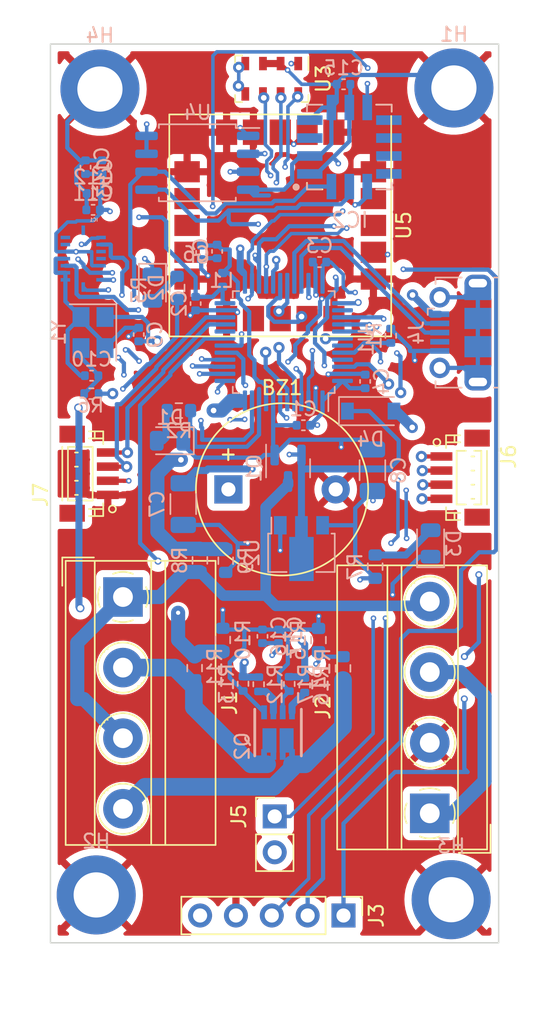
<source format=kicad_pcb>
(kicad_pcb (version 20211014) (generator pcbnew)
  (title_block (title "STM32 altimeter") (date "2022-04-28") (rev "69"))
  (layers (0 "F.Cu" power) (1 "In1.Cu" power) (2 "In2.Cu" power) (31 "B.Cu" signal) (34 "B.Paste" user) (35 "F.Paste" user) (36 "B.SilkS" user "B.Silkscreen") (37 "F.SilkS" user "F.Silkscreen") (38 "B.Mask" user) (39 "F.Mask" user) (44 "Edge.Cuts" user))
  (net 0 "")
  (net 1 "+7.5V")
  (net 2 "Pyro_Main")
  (net 3 "Pyro_Dr")
  (net 4 "Batt_IN")
  (net 5 "GND")
  (net 6 "Net-(Q2-Pad2)")
  (net 7 "Net-(Q2-Pad4)")
  (net 8 "Cont_Main")
  (net 9 "V_Batt")
  (net 10 "Net-(D3-Pad2)")
  (net 11 "+3V3")
  (net 12 "Net-(D2-Pad2)")
  (net 13 "Net-(R3-Pad2)")
  (net 14 "Net-(D1-Pad2)")
  (net 15 "Net-(R2-Pad2)")
  (net 16 "Net-(J5-Pad1)")
  (net 17 "Fire_Dr")
  (net 18 "Fire_Main")
  (net 19 "Net-(C10-Pad1)")
  (net 20 "HSE_Out")
  (net 25 "USART1_RX")
  (net 26 "USART1_TX")
  (net 28 "Net-(C7-Pad1)")
  (net 29 "SPI1_MISO")
  (net 30 "SPI1_MOSI")
  (net 31 "SPI1_SCK")
  (net 32 "CS_ADXL")
  (net 33 "CS_Baro")
  (net 34 "HSE_IN")
  (net 35 "NRST")
  (net 36 "+3.3VA")
  (net 37 "CS_Acc")
  (net 38 "CS_Gyro")
  (net 40 "USART3_TX")
  (net 41 "USART3_RX")
  (net 42 "SPI2_SCK")
  (net 43 "SPI2_MISO")
  (net 44 "SPI2_MOSI")
  (net 45 "USB_D-")
  (net 46 "USB_D+")
  (net 47 "SWDIO")
  (net 48 "SWCLK")
  (net 49 "GPIO-E1")
  (net 50 "PWM-T3CH1")
  (net 51 "PWM-T3CH2")
  (net 52 "Beeper")
  (net 53 "GPIO-E2")
  (net 54 "V_USB")
  (net 56 "unconnected-(J4-Pad6)")
  (footprint "Buzzer_Beeper:Buzzer_12x9.5RM7.6" (layer "F.Cu") (at 42.407958 49.202346)
    (fp_text reference "BZ1")
    (fp_text value "Buzzer")
  )
  (footprint "Connectors_JST:JST_SH_BM04B-SRSS-TB_04x1.00mm_Straight" (layer "F.Cu") (at 32.602674 48.090654 90)
    (fp_text reference "J7")
    (fp_text value "Conn_01x04")
  )
  (footprint "Connectors_JST:JST_SH_BM04B-SRSS-TB_04x1.00mm_Straight" (layer "F.Cu") (at 58.763337 48.369742 -90)
    (fp_text reference "J6")
    (fp_text value "Conn_01x04")
  )
  (footprint "RF_GPS:ublox_SAM-M8Q" (layer "F.Cu") (at 46.081127 30.506208 -90)
    (fp_text reference "U5")
    (fp_text value "SAM-M8Q")
  )
  (footprint "Package_LGA:LGA-8_3x5mm_P1.25mm" (layer "F.Cu") (at 45.480358 20.118549 -90)
    (fp_text reference "U3")
    (fp_text value "MS5607-02BA")
  )
  (footprint "TerminalBlock_MetzConnect:TerminalBlock_MetzConnect_Type011_RT05504HBWC_1x04_P5.00mm_Horizontal" (layer "F.Cu") (at 56.672047 72.14396 90)
    (fp_text reference "J2")
    (fp_text value "01x04")
  )
  (footprint "Connector_PinHeader_2.54mm:PinHeader_1x05_P2.54mm_Vertical" (layer "F.Cu") (at 50.561805 79.380422 -90)
    (fp_text reference "J3")
    (fp_text value "Conn_01x05")
  )
  (footprint "Connector_PinHeader_2.54mm:PinHeader_1x02_P2.54mm_Vertical" (layer "F.Cu") (at 45.688409 72.364269)
    (fp_text reference "J5")
    (fp_text value "Boot Jumper")
  )
  (footprint "TerminalBlock_MetzConnect:TerminalBlock_MetzConnect_Type011_RT05504HBWC_1x04_P5.00mm_Horizontal" (layer "F.Cu") (at 34.938288 56.824069 -90)
    (fp_text reference "J1")
    (fp_text value "01x04")
  )
  (footprint "Capacitor_SMD:C_0402_1005Metric" (layer "B.Cu") (at 41.60819 32.348558 -90)
    (fp_text reference "C5")
    (fp_text value "1u")
  )
  (footprint "Capacitor_SMD:C_0402_1005Metric" (layer "B.Cu") (at 50.564752 20.51067 180)
    (fp_text reference "C15")
    (fp_text value "0.1u")
  )
  (footprint "Package_QFP:LQFP-48_7x7mm_P0.5mm" (layer "B.Cu") (at 46.327909 38.76799 90)
    (fp_text reference "U1")
    (fp_text value "STM32L151C8Tx")
  )
  (footprint "MountingHole:MountingHole_3.2mm_M3_DIN965_Pad" (layer "B.Cu") (at 33.307074 20.848178 180)
    (fp_text reference "H4")
    (fp_text value "4-40 Mount Hole")
  )
  (footprint "Diode_SMD:D_SOD-123" (layer "B.Cu") (at 52.488955 43.657349)
    (fp_text reference "D4")
    (fp_text value "B5819W")
  )
  (footprint "Capacitor_SMD:C_1206_3216Metric" (layer "B.Cu") (at 52.609559 47.844107 90)
    (fp_text reference "C8")
    (fp_text value "10u")
  )
  (footprint "Capacitor_SMD:C_0402_1005Metric" (layer "B.Cu") (at 36.055806 38.236016 90)
    (fp_text reference "C9")
    (fp_text value "10p")
  )
  (footprint "Capacitor_SMD:C_1206_3216Metric" (layer "B.Cu") (at 39.209361 50.243175 -90)
    (fp_text reference "C7")
    (fp_text value "10u")
  )
  (footprint "Resistor_SMD:R_0603_1608Metric" (layer "B.Cu") (at 50.527811 61.876806 -90)
    (fp_text reference "R14")
    (fp_text value "100k")
  )
  (footprint "MountingHole:MountingHole_3.2mm_M3_DIN965_Pad" (layer "B.Cu") (at 33.042404 77.923967 180)
    (fp_text reference "H2")
    (fp_text value "4-40 Mount Hole")
  )
  (footprint "Resistor_SMD:R_0603_1608Metric" (layer "B.Cu") (at 42.216114 54.255063 90)
    (fp_text reference "R9")
    (fp_text value "27k")
  )
  (footprint "Capacitor_SMD:C_0402_1005Metric" (layer "B.Cu") (at 33.46343 26.374394 90)
    (fp_text reference "C13")
    (fp_text value "1u")
  )
  (footprint "BMI055:QFN50P300X450X100-16N" (layer "B.Cu") (at 32.123962 32.860415 180)
    (fp_text reference "IC1")
    (fp_text value "BMI055")
  )
  (footprint "Capacitor_SMD:C_0402_1005Metric" (layer "B.Cu") (at 32.822698 29.405178 180)
    (fp_text reference "C11")
    (fp_text value "0.1u")
  )
  (footprint "Resistor_SMD:R_0603_1608Metric" (layer "B.Cu") (at 40.015617 61.85996 90)
    (fp_text reference "R11")
    (fp_text value "100k")
  )
  (footprint "Capacitor_SMD:C_0402_1005Metric" (layer "B.Cu") (at 48.861097 33.103432 180)
    (fp_text reference "C3")
    (fp_text value "0.1u")
  )
  (footprint "Package_TO_SOT_SMD:SOT-23" (layer "B.Cu") (at 46.635735 47.705853 -90)
    (fp_text reference "Q1")
    (fp_text value "AO3401A")
  )
  (footprint "LED_SMD:LED_0805_2012Metric" (layer "B.Cu") (at 38.272027 45.75624 180)
    (fp_text reference "D1")
    (fp_text value "LED_Red")
  )
  (footprint "SI7232DN-T1-GE3:TRANS_SI7232DN-T1-GE3" (layer "B.Cu") (at 45.924351 66.424846 -90)
    (fp_text reference "Q2")
    (fp_text value "SI7232DN")
  )
  (footprint "Resistor_SMD:R_0402_1005Metric" (layer "B.Cu") (at 47.811954 63.07833 90)
    (fp_text reference "R16")
    (fp_text value "330")
  )
  (footprint "Capacitor_SMD:C_0402_1005Metric" (layer "B.Cu") (at 32.285783 26.380813 90)
    (fp_text reference "C14")
    (fp_text value "0.1u")
  )
  (footprint "Package_TO_SOT_SMD:SOT-89-3" (layer "B.Cu") (at 47.581537 53.392634 -90)
    (fp_text reference "U2")
    (fp_text value "HT7533-1-SOT89")
  )
  (footprint "Capacitor_SMD:C_0402_1005Metric" (layer "B.Cu") (at 44.820212 59.607868 90)
    (fp_text reference "C16")
    (fp_text value "4u7")
  )
  (footprint "MountingHole:MountingHole_3.2mm_M3_DIN965_Pad" (layer "B.Cu") (at 58.187014 78.260882 180)
    (fp_text reference "H3")
    (fp_text value "4-40 Mount Hole")
  )
  (footprint "Capacitor_SMD:C_0402_1005Metric" (layer "B.Cu") (at 45.956892 59.607868 90)
    (fp_text reference "C17")
    (fp_text value "0.1u")
  )
  (footprint "Resistor_SMD:R_0603_1608Metric" (layer "B.Cu") (at 38.900361 43.620438)
    (fp_text reference "R2")
    (fp_text value "1k")
  )
  (footprint "Resistor_SMD:R_0402_1005Metric" (layer "B.Cu") (at 46.720741 62.982848 90)
    (fp_text reference "R17")
    (fp_text value "3k3")
  )
  (footprint "Resistor_SMD:R_0603_1608Metric" (layer "B.Cu") (at 40.389513 54.227866 -90)
    (fp_text reference "R8")
    (fp_text value "100k")
  )
  (footprint "Resistor_SMD:R_0603_1608Metric" (layer "B.Cu") (at 42.010491 59.865087 90)
    (fp_text reference "R10")
    (fp_text value "27k")
  )
  (footprint "Resistor_SMD:R_0402_1005Metric" (layer "B.Cu") (at 44.551956 63.004815 90)
    (fp_text reference "R12")
    (fp_text value "330")
  )
  (footprint "ADXL375:LCC14P127_600X600X225L91X50N" (layer "B.Cu") (at 50.974133 24.955379)
    (fp_text reference "IC2")
    (fp_text value "ADXL375")
  )
  (footprint "Crystal:Crystal_SMD_3225-4Pin_3.2x2.5mm" (layer "B.Cu") (at 32.814918 38.092614 -90)
    (fp_text reference "Y1")
    (fp_text value "16MHz")
  )
  (footprint "Resistor_SMD:R_0402_1005Metric" (layer "B.Cu") (at 53.909174 38.320776 -90)
    (fp_text reference "R1")
    (fp_text value "10k")
  )
  (footprint "Resistor_SMD:R_0603_1608Metric" (layer "B.Cu") (at 38.776079 34.935981 -90)
    (fp_text reference "R3")
    (fp_text value "1k")
  )
  (footprint "Capacitor_SMD:C_0402_1005Metric" (layer "B.Cu") (at 40.085809 36.042144 -90)
    (fp_text reference "C2")
    (fp_text value "0.1u")
  )
  (footprint "Connector_USB:USB_Micro-B_Molex-105017-0001" (layer "B.Cu") (at 58.842128 38.095892 -90)
    (fp_text reference "J4")
    (fp_text value "USB_B_Micro")
  )
  (footprint "Resistor_SMD:R_0402_1005Metric" (layer "B.Cu") (at 32.700197 42.423358)
    (fp_text reference "R6")
    (fp_text value "47")
  )
  (footprint "Resistor_SMD:R_0402_1005Metric" (layer "B.Cu") (at 43.447103 62.969208 -90)
    (fp_text reference "R13")
    (fp_text value "3k3")
  )
  (footprint "Package_SO:SOIC-8_5.23x5.23mm_P1.27mm" (layer "B.Cu") (at 40.206941 26.069425 180)
    (fp_text reference "U4")
    (fp_text value "W25Q128JVS")
  )
  (footprint "Inductor_SMD:L_0402_1005Metric" (layer "B.Cu") (at 41.99836 34.362636 90)
    (fp_text reference "L1")
    (fp_text value "39n")
  )
  (footprint "LED_SMD:LED_0805_2012Metric" (layer "B.Cu") (at 37.023419 34.90845 -90)
    (fp_text reference "D2")
    (fp_text value "LED_Blue")
  )
  (footprint "Capacitor_SMD:C_0402_1005Metric" (layer "B.Cu") (at 52.095439 41.554829 90)
    (fp_text reference "C4")
    (fp_text value "0.1u")
  )
  (footprint "Capacitor_SMD:C_0402_1005Metric" (layer "B.Cu") (at 32.849005 28.243268 180)
    (fp_text reference "C12")
    (fp_text value "0.1u")
  )
  (footprint "MountingHole:MountingHole_3.2mm_M3_DIN965_Pad" (layer "B.Cu") (at 58.38327 20.771375 180)
    (fp_text reference "H1")
    (fp_text value "4-40 Mount Hole")
  )
  (footprint "LED_SMD:LED_0805_2012Metric" (layer "B.Cu") (at 56.731461 53.031078 90)
    (fp_text reference "D3")
    (fp_text value "LED_White")
  )
  (footprint "Resistor_SMD:R_0603_1608Metric" (layer "B.Cu") (at 52.806756 54.675671 -90)
    (fp_text reference "R7")
    (fp_text value "1k")
  )
  (footprint "Capacitor_SMD:C_0402_1005Metric" (layer "B.Cu") (at 32.714537 41.147079 180)
    (fp_text reference "C10")
    (fp_text value "10p")
  )
  (footprint "Capacitor_SMD:C_0402_1005Metric" (layer "B.Cu") (at 47.720045 44.660103 180)
    (fp_text reference "C1")
    (fp_text value "4u7")
  )
  (footprint "Capacitor_SMD:C_0402_1005Metric" (layer "B.Cu") (at 40.480254 32.410242 -90)
    (fp_text reference "C6")
    (fp_text value "0.1u")
  )
  (footprint "Resistor_SMD:R_0603_1608Metric" (layer "B.Cu") (at 48.790156 59.873142 -90)
    (fp_text reference "R15")
    (fp_text value "27k")
  )
  (gr_rect (start 29.801537 17.660852) (end 61.551537 81.314062) (layer "Edge.Cuts") (width 0.1) (fill none))
  (segment (start 45.045932 50.467951) (end 45.045932 56.725879) (width 0.75) (layer "B.Cu") (net 1))
  (segment (start 45.045932 56.725879) (end 45.767014 57.446961) (width 0.75) (layer "B.Cu") (net 1))
  (segment (start 32.16487 64.050651) (end 34.938288 66.824069) (width 1) (layer "B.Cu") (net 1))
  (segment (start 45.045932 56.725879) (end 42.062526 56.725879) (width 0.75) (layer "B.Cu") (net 1))
  (segment (start 42.062526 56.725879) (end 40.389513 55.052866) (width 0.75) (layer "B.Cu") (net 1))
  (segment (start 46.635735 48.643353) (end 46.635735 48.878148) (width 0.75) (layer "B.Cu") (net 1))
  (segment (start 34.938288 56.824069) (end 31.700616 60.061741) (width 1) (layer "B.Cu") (net 1))
  (segment (start 46.635735 48.878148) (end 45.045932 50.467951) (width 0.75) (layer "B.Cu") (net 1))
  (segment (start 31.700616 60.061741) (end 31.700616 64.050651) (width 1) (layer "B.Cu") (net 1))
  (segment (start 37.559814 56.824069) (end 34.938288 56.824069) (width 1) (layer "B.Cu") (net 1))
  (segment (start 39.331017 55.052866) (end 37.559814 56.824069) (width 1) (layer "B.Cu") (net 1))
  (segment (start 45.767014 57.446961) (end 56.369046 57.446961) (width 0.75) (layer "B.Cu") (net 1))
  (segment (start 31.700616 64.050651) (end 32.16487 64.050651) (width 1) (layer "B.Cu") (net 1))
  (segment (start 56.369046 57.446961) (end 56.672047 57.14396) (width 0.75) (layer "B.Cu") (net 1))
  (segment (start 40.389513 55.052866) (end 39.331017 55.052866) (width 1) (layer "B.Cu") (net 1))
  (segment (start 38.61326 61.824069) (end 39.961537 63.172346) (width 1.25) (layer "B.Cu") (net 2))
  (segment (start 43.99734 68.669357) (end 45.152247 68.669357) (width 1.25) (layer "B.Cu") (net 2))
  (segment (start 39.961537 63.172346) (end 39.961537 64.633554) (width 1.25) (layer "B.Cu") (net 2))
  (segment (start 34.938288 61.824069) (end 38.61326 61.824069) (width 1.25) (layer "B.Cu") (net 2))
  (segment (start 39.961537 64.633554) (end 43.99734 68.669357) (width 1.25) (layer "B.Cu") (net 2))
  (segment (start 45.603508 70.268026) (end 46.914351 68.957183) (width 1.25) (layer "B.Cu") (net 3))
  (segment (start 34.938288 71.824069) (end 36.494331 70.268026) (width 1.25) (layer "B.Cu") (net 3))
  (segment (start 47.851362 68.669357) (end 46.914351 68.669357) (width 1.25) (layer "B.Cu") (net 3))
  (segment (start 50.527811 62.701806) (end 50.527811 65.992908) (width 1.25) (layer "B.Cu") (net 3))
  (segment (start 46.914351 68.957183) (end 46.914351 68.669357) (width 1.25) (layer "B.Cu") (net 3))
  (segment (start 36.494331 70.268026) (end 45.603508 70.268026) (width 1.25) (layer "B.Cu") (net 3))
  (segment (start 50.527811 65.992908) (end 47.851362 68.669357) (width 1.25) (layer "B.Cu") (net 3))
  (segment (start 60.553635 69.87482) (end 58.284495 72.14396) (width 1) (layer "B.Cu") (net 4))
  (segment (start 58.848853 62.14396) (end 60.553635 63.848742) (width 1) (layer "B.Cu") (net 4))
  (segment (start 56.672047 62.14396) (end 58.848853 62.14396) (width 1) (layer "B.Cu") (net 4))
  (segment (start 58.284495 72.14396) (end 56.672047 72.14396) (width 1) (layer "B.Cu") (net 4))
  (segment (start 60.553635 63.848742) (end 60.553635 69.87482) (width 1) (layer "B.Cu") (net 4))
  (segment (start 42.281127 37.106208) (end 42.593792 37.106208) (width 0.25) (layer "F.Cu") (net 5))
  (segment (start 43.561582 23.906208) (end 43.245985 23.590611) (width 0.25) (layer "F.Cu") (net 5))
  (segment (start 46.116236 19.043549) (end 46.587453 19.514766) (width 0.25) (layer "F.Cu") (net 5))
  (segment (start 42.593792 37.106208) (end 43.04 36.66) (width 0.25) (layer "F.Cu") (net 5))
  (segment (start 40.725044 34.306208) (end 39.481127 34.306208) (width 0.25) (layer "F.Cu") (net 5))
  (segment (start 44.181127 23.906208) (end 43.561582 23.906208) (width 0.25) (layer "F.Cu") (net 5))
  (segment (start 46.105358 19.043549) (end 46.116236 19.043549) (width 0.25) (layer "F.Cu") (net 5))
  (segment (start 40.96683 34.064422) (end 40.725044 34.306208) (width 0.25) (layer "F.Cu") (net 5))
  (segment (start 42.281127 37.106208) (end 41.946851 37.106208) (width 0.25) (layer "F.Cu") (net 5))
  (via (at 50.401717 46.211108) (size 0.4) (drill 0.2) (layers "F.Cu" "B.Cu") (net 5))
  (via (at 40.96683 34.064422) (size 0.4) (drill 0.2) (layers "F.Cu" "B.Cu") (net 5))
  (via (at 43.04 36.66) (size 0.4) (drill 0.2) (layers "F.Cu" "B.Cu") (net 5))
  (via (at 54.040661 56.662761) (size 0.4) (drill 0.2) (layers "F.Cu" "B.Cu") (net 5))
  (via (at 48.803182 58.183319) (size 0.4) (drill 0.2) (layers "F.Cu" "B.Cu") (net 5))
  (via (at 35.335474 38.370734) (size 0.4) (drill 0.2) (layers "F.Cu" "B.Cu") (net 5))
  (via (at 39.71 36.88) (size 0.4) (drill 0.2) (layers "F.Cu" "B.Cu") (net 5))
  (via (at 42.009024 57.744315) (size 0.4) (drill 0.2) (layers "F.Cu" "B.Cu") (net 5))
  (via (at 55.617416 40.069047) (size 0.4) (drill 0.2) (layers "F.Cu" "B.Cu") (net 5))
  (via (at 46.600515 19.501703) (size 0.4) (drill 0.2) (layers "F.Cu" "B.Cu") (net 5))
  (via (at 49.484721 41.0495) (size 0.4) (drill 0.2) (layers "F.Cu" "B.Cu") (net 5))
  (via (at 48.609823 35.43153) (size 0.4) (drill 0.2) (layers "F.Cu" "B.Cu") (net 5))
  (via (at 48.600276 42.021409) (size 0.4) (drill 0.2) (layers "F.Cu" "B.Cu") (net 5))
  (via (at 43.245985 23.590611) (size 0.4) (drill 0.2) (layers "F.Cu" "B.Cu") (net 5))
  (via (at 43.771537 53.012346) (size 0.4) (drill 0.2) (layers "F.Cu" "B.Cu") (net 5))
  (via (at 46.081537 53.521268) (size 0.4) (drill 0.2) (layers "F.Cu" "B.Cu") (net 5))
  (segment (start 30.858982 35.886678) (end 31.964918 36.992614) (width 0.3) (layer "B.Cu") (net 5))
  (segment (start 46.081537 51.742634) (end 46.081537 53.521268) (width 0.3) (layer "B.Cu") (net 5))
  (segment (start 32.369005 28.243268) (end 32.369005 29.378871) (width 0.3) (layer "B.Cu") (net 5))
  (segment (start 55.555083 39.395892) (end 55.272692 39.395892) (width 0.3) (layer "B.Cu") (net 5))
  (segment (start 45.577909 46.660527) (end 45.685735 46.768353) (width 0.3) (layer "B.Cu") (net 5))
  (segment (start 44.93553 46.768353) (end 45.685735 46.768353) (width 0.3) (layer "B.Cu") (net 5))
  (segment (start 55.555083 39.395892) (end 55.555083 40.071696) (width 0.3) (layer "B.Cu") (net 5))
  (segment (start 40.067856 36.522144) (end 39.71 36.88) (width 0.3) (layer "B.Cu") (net 5))
  (segment (start 40.541938 32.828558) (end 40.480254 32.890242) (width 0.3) (layer "B.Cu") (net 5))
  (segment (start 48.790156 58.196345) (end 48.803182 58.183319) (width 0.3) (layer "B.Cu") (net 5))
  (segment (start 44.820212 59.127868) (end 42.098272 59.127868) (width 0.3) (layer "B.Cu") (net 5))
  (segment (start 48.577909 42.93049) (end 48.577909 42.043776) (width 0.25) (layer "B.Cu") (net 5))
  (segment (start 32.285783 25.900813) (end 33.457011 25.900813) (width 0.3) (layer "B.Cu") (net 5))
  (segment (start 43.065634 53.027445) (end 43.065634 54.230543) (width 0.3) (layer "B.Cu") (net 5))
  (segment (start 43.065634 53.027445) (end 43.756438 53.027445) (width 0.3) (layer "B.Cu") (net 5))
  (segment (start 45.956892 59.127868) (end 48.71043 59.127868) (width 0.3) (layer "B.Cu") (net 5))
  (segment (start 46.616412 61.552551) (end 46.616412 59.667221) (width 0.3) (layer "B.Cu") (net 5))
  (segment (start 35.398803 38.370734) (end 36.013521 37.756016) (width 0.3) (layer "B.Cu") (net 5))
  (segment (start 39.209361 51.718175) (end 41.756364 51.718175) (width 0.3) (layer "B.Cu") (net 5))
  (segment (start 49.069133 22.155379) (end 48.174133 23.050379) (width 0.3) (layer "B.Cu") (net 5))
  (segment (start 40.089963 36.51799) (end 42.165409 36.51799) (width 0.3) (layer "B.Cu") (net 5))
  (segment (start 31.964918 36.992614) (end 31.964918 37.193592) (width 0.3) (layer "B.Cu") (net 5))
  (segment (start 30.858982 32.861715) (end 30.19746 32.861715) (width 0.3) (layer "B.Cu") (net 5))
  (segment (start 42.165409 36.51799) (end 43.00327 36.51799) (width 0.3) (layer "B.Cu") (net 5))
  (segment (start 43.447103 63.479208) (end 43.447103 63.502598) (width 0.3) (layer "B.Cu") (net 5))
  (segment (start 42.098272 59.127868) (end 42.010491 59.040087) (width 0.3) (layer "B.Cu") (net 5))
  (segment (start 35.335474 38.370734) (end 35.398803 38.370734) (width 0.3) (layer "B.Cu") (net 5))
  (segment (start 30.858982 34.361715) (end 30.858982 35.886678) (width 0.3) (layer "B.Cu") (net 5))
  (segment (start 43.806941 24.151567) (end 43.245985 23.590611) (width 0.25) (layer "B.Cu") (net 5))
  (segment (start 47.240045 44.660103) (end 47.23866 44.658718) (width 0.3) (layer "B.Cu") (net 5))
  (segment (start 48.381097 33.103432) (end 48.577909 33.300244) (width 0.3) (layer "B.Cu") (net 5))
  (segment (start 36.055806 37.756016) (end 35.101516 37.756016) (width 0.3) (layer "B.Cu") (net 5))
  (segment (start 44.215342 28.382826) (end 45.277173 28.382826) (width 0.3) (layer "B.Cu") (net 5))
  (segment (start 31.886031 25.900813) (end 30.994147 25.008929) (width 0.3) (layer "B.Cu") (net 5))
  (segment (start 40.480254 33.577846) (end 40.480254 32.890242) (width 0.3) (layer "B.Cu") (net 5))
  (segment (start 31.015407 37.942125) (end 31.964918 36.992614) (width 0.3) (layer "B.Cu") (net 5))
  (segment (start 57.379628 39.395892) (end 55.555083 39.395892) (width 0.3) (layer "B.Cu") (net 5))
  (segment (start 46.600515 19.501703) (end 47.166573 20.067761) (width 0.25) (layer "B.Cu") (net 5))
  (segment (start 46.720741 63.492848) (end 46.716115 63.492848) (width 0.3) (layer "B.Cu") (net 5))
  (segment (start 50.084752 20.51067) (end 50.084752 21.77476) (width 0.3) (layer "B.Cu") (net 5))
  (segment (start 50.401717 45.69014) (end 50.410524 45.681333) (width 0.3) (layer "B.Cu") (net 5))
  (segment (start 39.209527 46.054522) (end 40.103267 46.948262) (width 0.3) (layer "B.Cu") (net 5))
  (segment (start 46.924622 27.403462) (end 46.353659 27.974425) (width 0.3) (layer "B.Cu") (net 5))
  (segment (start 32.234537 41.147079) (end 31.920361 41.147079) (width 0.3) (layer "B.Cu") (net 5))
  (segment (start 46.720741 63.492848) (end 46.254351 63.959238) (width 0.3) (layer "B.Cu") (net 5))
  (segment (start 33.457011 25.900813) (end 33.46343 25.894394) (width 0.3) (layer "B.Cu") (net 5))
  (segment (start 55.555083 40.071696) (end 55.578427 40.09504) (width 0.3) (layer "B.Cu") (net 5))
  (segment (start 55.272692 39.174294) (end 55.272692 39.395892) (width 0.3) (layer "B.Cu") (net 5))
  (segment (start 48.174133 25.590379) (end 47.505111 25.590379) (width 0.3) (layer "B.Cu") (net 5))
  (segment (start 50.490409 41.01799) (end 49.516231 41.01799) (width 0.3) (layer "B.Cu") (net 5))
  (segment (start 31.920361 41.147079) (end 31.015407 40.242125) (width 0.3) (layer "B.Cu") (net 5))
  (segment (start 49.516231 41.01799) (end 49.484721 41.0495) (width 0.3) (layer "B.Cu") (net 5))
  (segment (start 46.077059 59.127868) (end 45.956892 59.127868) (width 0.3) (layer "B.Cu") (net 5))
  (segment (start 48.577909 34.60549) (end 48.577909 35.399616) (width 0.3) (layer "B.Cu") (net 5))
  (segment (start 50.410524 45.681333) (end 51.921785 45.681333) (width 0.3) (layer "B.Cu") (net 5))
  (segment (start 46.616412 59.667221) (end 46.077059 59.127868) (width 0.3) (layer "B.Cu") (net 5))
  (segment (start 30.19746 33.861715) (end 30.858982 33.861715) (width 0.3) (layer "B.Cu") (net 5))
  (segment (start 46.716115 63.492848) (end 45.996221 62.772954) (width 0.3) (layer "B.Cu") (net 5))
  (segment (start 43.806941 24.164425) (end 43.806941 24.151567) (width 0.25) (layer "B.Cu") (net 5))
  (segment (start 39.209527 45.75624) (end 39.209527 46.054522) (width 0.3) (layer "B.Cu") (net 5))
  (segment (start 50.701987 19.85115) (end 57.463045 19.85115) (width 0.3) (layer "B.Cu") (net 5))
  (segment (start 43.537059 60.415657) (end 43.537059 59.127868) (width 0.3) (layer "B.Cu") (net 5))
  (segment (start 30.19746 32.861715) (end 30.171971 32.887204) (width 0.3) (layer "B.Cu") (net 5))
  (segment (start 53.909174 37.810776) (end 55.272692 39.174294) (width 0.3) (layer "B.Cu") (net 5))
  (segment (start 30.171971 32.887204) (end 30.171971 33.836226) (width 0.3) (layer "B.Cu") (net 5))
  (segment (start 50.084752 20.468385) (end 50.701987 19.85115) (width 0.3) (layer "B.Cu") (net 5))
  (segment (start 54.040661 55.893757) (end 55.96584 53.968578) (width 0.3) (layer "B.Cu") (net 5))
  (segment (start 40.96683 34.064422) (end 40.480254 33.577846) (width 0.3) (layer "B.Cu") (net 5))
  (segment (start 46.924622 26.170868) (end 46.924622 27.403462) (width 0.3) (layer "B.Cu") (net 5))
  (segment (start 51.921785 45.681333) (end 52.609559 46.369107) (width 0.3) (layer "B.Cu") (net 5))
  (segment (start 55.96584 53.968578) (end 56.731461 53.968578) (width 0.3) (layer "B.Cu") (net 5))
  (segment (start 49.704133 22.155379) (end 49.069133 22.155379) (width 0.3) (layer "B.Cu") (net 5))
  (segment (start 32.243498 25.900813) (end 31.626263 26.518048) (width 0.3) (layer "B.Cu") (net 5))
  (segment (start 41.650475 32.828558) (end 41.60819 32.828558) (width 0.3) (layer "B.Cu") (net 5))
  (segment (start 52.0386 41.01799) (end 50.490409 41.01799) (width 0.3) (layer "B.Cu") (net 5))
  (segment (start 48.71043 59.127868) (end 48.790156 59.048142) (width 0.3) (layer "B.Cu") (net 5))
  (segment (start 45.577909 44.658718) (end 45.577909 46.660527) (width 0.3) (layer "B.Cu") (net 5))
  (segment (start 54.040661 56.662761) (end 54.040661 55.893757) (width 0.3) (layer "B.Cu") (net 5))
  (segment (start 50.084752 20.51067) (end 50.084752 20.468385) (width 0.3) (layer "B.Cu") (net 5))
  (segment (start 41.756364 51.718175) (end 43.065634 53.027445) (width 0.3) (layer "B.Cu") (net 5))
  (segment (start 47.166573 20.073537) (end 47.603706 20.51067) (width 0.25) (layer "B.Cu") (net 5))
  (segment (start 42.501537 61.451179) (end 43.537059 60.415657) (width 0.3) (layer "B.Cu") (net 5))
  (segment (start 43.065634 54.230543) (end 42.216114 55.080063) (width 0.3) (layer "B.Cu") (net 5))
  (segment (start 33.664918 38.893592) (end 33.664918 39.192614) (width 0.3) (layer "B.Cu") (net 5))
  (segment (start 40.085809 36.522144) (end 40.067856 36.522144) (width 0.3) (layer "B.Cu") (net 5))
  (segment (start 48.577909 33.300244) (end 48.577909 34.60549) (width 0.3) (layer "B.Cu") (net 5))
  (segment (start 43.442477 63.479208) (end 42.501537 62.538268) (width 0.3) (layer "B.Cu") (net 5))
  (segment (start 48.577909 42.043776) (end 48.600276 42.021409) (width 0.25) (layer "B.Cu") (net 5))
  (segment (start 43.447103 63.502598) (end 44.934351 64.989846) (width 0.3) (layer "B.Cu") (net 5))
  (segment (start 49.704133 22.155379) (end 49.704133 24.729401) (width 0.3) (layer "B.Cu") (net 5))
  (segment (start 48.790156 59.048142) (end 48.790156 58.196345) (width 0.3) (layer "B.Cu") (net 5))
  (segment (start 31.626263 27.500526) (end 32.369005 28.243268) (width 0.3) (layer "B.Cu") (net 5))
  (segment (start 42.010491 57.745782) (end 42.009024 57.744315) (width 0.3) (layer "B.Cu") (net 5))
  (segment (start 45.577909 42.93049) (end 45.577909 44.658718) (width 0.3) (layer "B.Cu") (net 5))
  (segment (start 48.843155 25.590379) (end 48.174133 25.590379) (width 0.3) (layer "B.Cu") (net 5))
  (segment (start 50.401717 46.211108) (end 50.401717 45.69014) (width 0.3) (layer "B.Cu") (net 5))
  (segment (start 47.23866 44.658718) (end 45.577909 44.658718) (width 0.3) (layer "B.Cu") (net 5))
  (segment (start 47.603706 20.51067) (end 50.084752 20.51067) (width 0.25) (layer "B.Cu") (net 5))
  (segment (start 46.772755 45.681333) (end 50.410524 45.681333) (width 0.3) (layer "B.Cu") (net 5))
  (segment (start 52.095439 41.074829) (end 52.0386 41.01799) (width 0.3) (layer "B.Cu") (net 5))
  (segment (start 40.085809 36.522144) (end 40.089963 36.51799) (width 0.3) (layer "B.Cu") (net 5))
  (segment (start 47.505111 25.590379) (end 46.924622 26.170868) (width 0.3) (layer "B.Cu") (net 5))
  (segment (start 50.084752 21.77476) (end 49.704133 22.155379) (width 0.3) (layer "B.Cu") (net 5))
  (segment (start 42.501537 62.538268) (end 42.501537 61.451179) (width 0.3) (layer "B.Cu") (net 5))
  (segment (start 35.101516 37.756016) (end 33.664918 39.192614) (width 0.3) (layer "B.Cu") (net 5))
  (segment (start 44.820212 59.127868) (end 45.956892 59.127868) (width 0.3) (layer "B.Cu") (net 5))
  (segment (start 44.755621 46.948262) (end 44.93553 46.768353) (width 0.3) (layer "B.Cu") (net 5))
  (segment (start 30.858982 33.861715) (end 30.858982 34.361715) (width 0.3) (layer "B.Cu") (net 5))
  (segment (start 30.171971 33.836226) (end 30.19746 33.861715) (width 0.3) (layer "B.Cu") (net 5))
  (segment (start 40.522539 32.890242) (end 40.480254 32.890242) (width 0.3) (layer "B.Cu") (net 5))
  (segment (start 41.60819 32.828558) (end 40.541938 32.828558) (width 0.3) (layer "B.Cu") (net 5))
  (segment (start 30.994147 23.161105) (end 33.307074 20.848178) (width 0.3) (layer "B.Cu") (net 5))
  (segment (start 49.704133 24.729401) (end 48.843155 25.590379) (width 0.3) (layer "B.Cu") (net 5))
  (segment (start 32.369005 29.378871) (end 32.342698 29.405178) (width 0.3) (layer "B.Cu") (net 5))
  (segment (start 43.806941 27.974425) (end 44.215342 28.382826) (width 0.3) (layer "B.Cu") (net 5))
  (segment (start 47.166573 20.067761) (end 47.166573 20.073537) (width 0.25) (layer "B.Cu") (net 5))
  (segment (start 45.996221 62.772954) (end 45.996221 62.172742) (width 0.3) (layer "B.Cu") (net 5))
  (segment (start 42.010491 59.040087) (end 42.010491 57.745782) (width 0.3) (layer "B.Cu") (net 5))
  (segment (start 32.285783 25.900813) (end 31.886031 25.900813) (width 0.3) (layer "B.Cu") (net 5))
  (segment (start 31.015407 40.242125) (end 31.015407 37.942125) (width 0.3) (layer "B.Cu") (net 5))
  (segment (start 43.00327 36.51799) (end 43.078759 36.593479) (width 0.3) (layer "B.Cu") (net 5))
  (segment (start 43.447103 63.479208) (end 43.442477 63.479208) (width 0.3) (layer "B.Cu") (net 5))
  (segment (start 32.285783 25.900813) (end 32.243498 25.900813) (width 0.3) (layer "B.Cu") (net 5))
  (segment (start 40.103267 46.948262) (end 44.755621 46.948262) (width 0.3) (layer "B.Cu") (net 5))
  (segment (start 57.463045 19.85115) (end 58.38327 20.771375) (width 0.3) (layer "B.Cu") (net 5))
  (segment (start 45.996221 62.172742) (end 46.616412 61.552551) (width 0.3) (layer "B.Cu") (net 5))
  (segment (start 31.964918 37.193592) (end 33.664918 38.893592) (width 0.3) (layer "B.Cu") (net 5))
  (segment (start 46.353659 27.974425) (end 43.806941 27.974425) (width 0.3) (layer "B.Cu") (net 5))
  (segment (start 36.013521 37.756016) (end 36.055806 37.756016) (width 0.3) (layer "B.Cu") (net 5))
  (segment (start 48.577909 35.399616) (end 48.609823 35.43153) (width 0.3) (layer "B.Cu") (net 5))
  (segment (start 45.685735 46.768353) (end 46.772755 45.681333) (width 0.3) (layer "B.Cu") (net 5))
  (segment (start 30.994147 25.008929) (end 30.994147 23.161105) (width 0.3) (layer "B.Cu") (net 5))
  (segment (start 46.254351 63.959238) (end 46.254351 64.989846) (width 0.3) (layer "B.Cu") (net 5))
  (segment (start 31.626263 26.518048) (end 31.626263 27.500526) (width 0.3) (layer "B.Cu") (net 5))
  (segment (start 45.594351 64.050824) (end 45.058342 63.514815) (width 0.5) (layer "B.Cu") (net 6))
  (segment (start 45.594351 64.989846) (end 45.594351 64.050824) (width 0.5) (layer "B.Cu") (net 6))
  (segment (start 45.058342 63.514815) (end 44.551956 63.514815) (width 0.5) (layer "B.Cu") (net 6))
  (segment (start 46.914351 64.485933) (end 47.811954 63.58833) (width 0.5) (layer "B.Cu") (net 7))
  (segment (start 46.914351 64.989846) (end 46.914351 64.485933) (width 0.5) (layer "B.Cu") (net 7))
  (via (at 38.844623 57.93926) (size 0.5) (drill 0.3) (layers "F.Cu" "B.Cu") (net 8))
  (via (at 37.421537 54.282346) (size 0.5) (drill 0.3) (layers "F.Cu" "B.Cu") (net 8))
  (segment (start 36.151537 43.252496) (end 36.151537 53.012346) (width 0.3) (layer "B.Cu") (net 8))
  (segment (start 38.297105 41.106927) (end 36.151537 43.252496) (width 0.3) (layer "B.Cu") (net 8))
  (segment (start 40.36049 60.690087) (end 40.015617 61.03496) (width 1) (layer "B.Cu") (net 8))
  (segment (start 42.010491 60.690087) (end 40.36049 60.690087) (width 1) (layer "B.Cu") (net 8))
  (segment (start 38.844623 59.863966) (end 38.844623 57.93926) (width 1) (layer "B.Cu") (net 8))
  (segment (start 38.297105 40.948885) (end 38.297105 41.106927) (width 0.3) (layer "B.Cu") (net 8))
  (segment (start 36.151537 53.012346) (end 37.421537 54.282346) (width 0.3) (layer "B.Cu") (net 8))
  (segment (start 40.728 38.51799) (end 38.297105 40.948885) (width 0.3) (layer "B.Cu") (net 8))
  (segment (start 40.015617 61.03496) (end 38.844623 59.863966) (width 1) (layer "B.Cu") (net 8))
  (segment (start 42.165409 38.51799) (end 40.728 38.51799) (width 0.3) (layer "B.Cu") (net 8))
  (via (at 41.357869 43.614791) (size 0.8) (drill 0.4) (layers "F.Cu" "B.Cu") (net 9))
  (via (at 39.044541 47.106443) (size 0.8) (drill 0.4) (layers "F.Cu" "B.Cu") (net 9))
  (segment (start 41.917408 43.614791) (end 42.601709 42.93049) (width 1) (layer "B.Cu") (net 9))
  (segment (start 41.357869 43.614791) (end 41.917408 43.614791) (width 1) (layer "B.Cu") (net 9))
  (segment (start 42.601709 42.93049) (end 43.228389 42.93049) (width 1) (layer "B.Cu") (net 9))
  (segment (start 38.368737 47.106443) (end 37.377674 48.097506) (width 1) (layer "B.Cu") (net 9))
  (segment (start 37.377674 48.097506) (end 37.377674 52.204312) (width 1) (layer "B.Cu") (net 9))
  (segment (start 38.576228 53.402866) (end 40.389513 53.402866) (width 1) (layer "B.Cu") (net 9))
  (segment (start 39.044541 47.106443) (end 38.368737 47.106443) (width 1) (layer "B.Cu") (net 9))
  (segment (start 42.216114 53.430063) (end 40.41671 53.430063) (width 1) (layer "B.Cu") (net 9))
  (segment (start 37.377674 52.204312) (end 38.576228 53.402866) (width 1) (layer "B.Cu") (net 9))
  (segment (start 40.41671 53.430063) (end 40.389513 53.402866) (width 1) (layer "B.Cu") (net 9))
  (segment (start 54.974368 53.850671) (end 56.731461 52.093578) (width 0.5) (layer "B.Cu") (net 10))
  (segment (start 52.806756 53.850671) (end 54.974368 53.850671) (width 0.5) (layer "B.Cu") (net 10))
  (segment (start 52.841763 32.566844) (end 52.681127 32.406208) (width 0.25) (layer "F.Cu") (net 11))
  (segment (start 47.033549 24.755402) (end 47.882743 23.906208) (width 0.25) (layer "F.Cu") (net 11))
  (segment (start 53.686867 32.566844) (end 52.841763 32.566844) (width 0.25) (layer "F.Cu") (net 11))
  (segment (start 35.007462 48.590654) (end 35.010677 48.593869) (width 0.3) (layer "F.Cu") (net 11))
  (segment (start 46.859524 19.045065) (end 46.86104 19.043549) (width 0.25) (layer "F.Cu") (net 11))
  (segment (start 33.865174 48.590654) (end 35.007462 48.590654) (width 0.3) (layer "F.Cu") (net 11))
  (segment (start 47.033549 24.755402) (end 46.184355 23.906208) (width 0.25) (layer "F.Cu") (net 11))
  (segment (start 35.010677 48.593869) (end 35.348578 48.593869) (width 0.3) (layer "F.Cu") (net 11))
  (segment (start 47.882743 23.906208) (end 47.981127 23.906208) (width 0.25) (layer "F.Cu") (net 11))
  (segment (start 46.184355 23.906208) (end 46.081127 23.906208) (width 0.25) (layer "F.Cu") (net 11))
  (segment (start 46.86104 19.043549) (end 47.355358 19.043549) (width 0.25) (layer "F.Cu") (net 11))
  (via (at 48.6162 61.55941) (size 0.4) (drill 0.2) (layers "F.Cu" "B.Cu") (net 11))
  (via (at 48.710684 44.650036) (size 0.4) (drill 0.2) (layers "F.Cu" "B.Cu") (net 11))
  (via (at 52.64854 49.991485) (size 0.4) (drill 0.2) (layers "F.Cu" "B.Cu") (net 11))
  (via (at 50.193509 26.127788) (size 0.4) (drill 0.2) (layers "F.Cu" "B.Cu") (net 11))
  (via (at 42.529577 44.26729) (size 0.4) (drill 0.2) (layers "F.Cu" "B.Cu") (net 11))
  (via (at 31.609889 32.369226) (size 0.4) (drill 0.2) (layers "F.Cu" "B.Cu") (net 11))
  (via (at 43.560611 44.241298) (size 0.4) (drill 0.2) (layers "F.Cu" "B.Cu") (net 11))
  (via (at 34.020007 29.514649) (size 0.4) (drill 0.2) (layers "F.Cu" "B.Cu") (net 11))
  (via (at 42.54529 26.705358) (size 0.4) (drill 0.2) (layers "F.Cu" "B.Cu") (net 11))
  (via (at 51.733068 55.599176) (size 0.4) (drill 0.2) (layers "F.Cu" "B.Cu") (net 11))
  (via (at 36.618659 23.334481) (size 0.4) (drill 0.2) (layers "F.Cu" "B.Cu") (net 11))
  (via (at 51.382417 35.257808) (size 0.4) (drill 0.2) (layers "F.Cu" "B.Cu") (net 11))
  (via (at 53.686867 32.566844) (size 0.4) (drill 0.2) (layers "F.Cu" "B.Cu") (net 11))
  (via (at 35.348578 48.593869) (size 0.4) (drill 0.2) (layers "F.Cu" "B.Cu") (net 11))
  (via (at 36.08 29.93) (size 0.4) (drill 0.2) (layers "F.Cu" "B.Cu") (net 11))
  (via (at 41.64 42.29) (size 0.4) (drill 0.2) (layers "F.Cu" "B.Cu") (net 11))
  (via (at 45.506767 60.946069) (size 0.4) (drill 0.2) (layers "F.Cu" "B.Cu") (net 11))
  (via (at 47.033549 24.755402) (size 0.4) (drill 0.2) (layers "F.Cu" "B.Cu") (net 11))
  (via (at 46.859524 19.045065) (size 0.4) (drill 0.2) (layers "F.Cu" "B.Cu") (net 11))
  (segment (start 48.210112 44.650036) (end 48.200045 44.660103) (width 0.3) (layer "B.Cu") (net 11))
  (segment (start 31.609889 32.369226) (end 32.723791 32.369226) (width 0.25) (layer "B.Cu") (net 11))
  (segment (start 49.665204 33.103432) (end 49.341097 33.103432) (width 0.25) (layer "B.Cu") (net 11))
  (segment (start 31.592324 30.266558) (end 31.673058 30.185824) (width 0.25) (layer "B.Cu") (net 11))
  (segment (start 42.529577 44.26729) (end 43.43271 44.26729) (width 0.25) (layer "B.Cu") (net 11))
  (segment (start 40.085809 35.562144) (end 41.283852 35.562144) (width 0.3) (layer "B.Cu") (net 11))
  (segment (start 40.085809 35.562144) (end 40.085809 34.168573) (width 0.3) (layer "B.Cu") (net 11))
  (segment (start 33.329005 29.378871) (end 33.302698 29.405178) (width 0.3) (layer "B.Cu") (net 11))
  (segment (start 42.165409 41.51799) (end 41.67428 42.009119) (width 0.25) (layer "B.Cu") (net 11))
  (segment (start 51.044752 20.51067) (end 51.044752 22.08476) (width 0.3) (layer "B.Cu") (net 11))
  (segment (start 50.974133 22.155379) (end 50.974133 24.546357) (width 0.3) (layer "B.Cu") (net 11))
  (segment (start 48.710684 44.650036) (end 48.210112 44.650036) (width 0.3) (layer "B.Cu") (net 11))
  (segment (start 51.044752 22.08476) (end 50.974133 22.155379) (width 0.3) (layer "B.Cu") (net 11))
  (segment (start 36.618659 23.334481) (end 36.618659 24.152707) (width 0.25) (layer "B.Cu") (net 11))
  (segment (start 43.43271 44.26729) (end 43.42 44.28) (width 0.25) (layer "B.Cu") (net 11))
  (segment (start 50.193509 26.127788) (end 50.193509 26.063509) (width 0.3) (layer "B.Cu") (net 11))
  (segment (start 30.196971 31.083029) (end 31.013442 30.266558) (width 0.25) (layer "B.Cu") (net 11))
  (segment (start 43.806941 26.704425) (end 42.546223 26.704425) (width 0.3) (layer "B.Cu") (net 11))
  (segment (start 49.825245 25.695245) (end 48.660111 26.860379) (width 0.3) (layer "B.Cu") (net 11))
  (segment (start 52.64854 49.991485) (end 52.64854 49.358088) (width 0.3) (layer "B.Cu") (net 11))
  (segment (start 31.673058 30.185824) (end 32.820106 30.185824) (width 0.25) (layer "B.Cu") (net 11))
  (segment (start 40.085809 34.168573) (end 37.995056 32.07782) (width 0.3) (layer "B.Cu") (net 11))
  (segment (start 33.302698 29.405178) (end 33.910536 29.405178) (width 0.3) (layer "B.Cu") (net 11))
  (segment (start 33.910536 29.405178) (end 34.020007 29.514649) (width 0.3) (layer "B.Cu") (net 11))
  (segment (start 31.594954 32.361715) (end 31.595434 32.362195) (width 0.3) (layer "B.Cu") (net 11))
  (segment (start 50.490409 41.51799) (end 49.077909 42.93049) (width 0.3) (layer "B.Cu") (net 11))
  (segment (start 49.077909 43.782239) (end 49.077909 42.93049) (width 0.3) (layer "B.Cu") (net 11))
  (segment (start 50.193509 26.063509) (end 49.825245 25.695245) (width 0.3) (layer "B.Cu") (net 11))
  (segment (start 31.609889 32.369226) (end 30.254971 32.369226) (width 0.25) (layer "B.Cu") (net 11))
  (segment (start 41.99836 35.850941) (end 42.165409 36.01799) (width 0.3) (layer "B.Cu") (net 11))
  (segment (start 52.806756 55.500671) (end 51.831573 55.500671) (width 0.3) (layer "B.Cu") (net 11))
  (segment (start 51.382417 35.257808) (end 50.923916 35.257808) (width 0.25) (layer "B.Cu") (net 11))
  (segment (start 50.974133 24.546357) (end 49.825245 25.695245) (width 0.3) (layer "B.Cu") (net 11))
  (segment (start 33.302698 29.405178) (end 33.302698 29.447463) (width 0.3) (layer "B.Cu") (net 11))
  (segment (start 33.329005 29.523319) (end 33.405808 29.600122) (width 0.3) (layer "B.Cu") (net 11))
  (segment (start 32.820106 30.185824) (end 33.405808 29.600122) (width 0.25) (layer "B.Cu") (net 11))
  (segment (start 33.46343 28.108843) (end 33.329005 28.243268) (width 0.3) (layer "B.Cu") (net 11))
  (segment (start 45.956892 60.495944) (end 45.506767 60.946069) (width 0.3) (layer "B.Cu") (net 11))
  (segment (start 41.67428 42.009119) (end 41.67428 42.25572) (width 0.25) (layer "B.Cu") (net 11))
  (segment (start 51.391249 51.742634) (end 49.081537 51.742634) (width 0.3) (layer "B.Cu") (net 11))
  (segment (start 33.457011 26.860813) (end 33.46343 26.854394) (width 0.3) (layer "B.Cu") (net 11))
  (segment (start 41.283852 35.562144) (end 41.137642 35.562144) (width 0.3) (layer "B.Cu") (net 11))
  (segment (start 48.660111 26.860379) (end 48.174133 26.860379) (width 0.3) (layer "B.Cu") (net 11))
  (segment (start 52.806756 55.500671) (end 51.391249 54.085164) (width 0.3) (layer "B.Cu") (net 11))
  (segment (start 41.99836 34.847636) (end 41.99836 35.850941) (width 0.3) (layer "B.Cu") (net 11))
  (segment (start 49.077909 33.36662) (end 49.341097 33.103432) (width 0.3) (layer "B.Cu") (net 11))
  (segment (start 36.618659 24.152707) (end 36.606941 24.164425) (width 0.25) (layer "B.Cu") (net 11))
  (segment (start 31.013442 30.266558) (end 31.592324 30.266558) (width 0.25) (layer "B.Cu") (net 11))
  (segment (start 41.283852 35.562144) (end 41.99836 34.847636) (width 0.3) (layer "B.Cu") (net 11))
  (segment (start 32.723791 33.309767) (end 32.77428 33.360256) (width 0.25) (layer "B.Cu") (net 11))
  (segment (start 37.702136 29.93) (end 36.08 29.93) (width 0.3) (layer "B.Cu") (net 11))
  (segment (start 50.527811 61.051806) (end 49.14382 61.051806) (width 0.3) (layer "B.Cu") (net 11))
  (segment (start 42.546223 26.704425) (end 42.54529 26.705358) (width 0.3) (layer "B.Cu") (net 11))
  (segment (start 32.723791 32.369226) (end 32.723791 33.309767) (width 0.25) (layer "B.Cu") (net 11))
  (segment (start 51.391249 54.085164) (end 51.391249 51.742634) (width 0.3) (layer "B.Cu") (net 11))
  (segment (start 51.391537 51.742346) (end 51.391249 51.742634) (width 0.3) (layer "B.Cu") (net 11))
  (segment (start 32.77428 33.360256) (end 33.385802 33.360256) (width 0.25) (layer "B.Cu") (net 11))
  (segment (start 37.995056 30.22292) (end 37.702136 29.93) (width 0.3) (layer "B.Cu") (net 11))
  (segment (start 50.546953 33.985181) (end 49.665204 33.103432) (width 0.25) (layer "B.Cu") (net 11))
  (segment (start 42.061322 35.913903) (end 42.165409 36.01799) (width 0.3) (layer "B.Cu") (net 11))
  (segment (start 33.329005 28.243268) (end 33.329005 29.378871) (width 0.3) (layer "B.Cu") (net 11))
  (segment (start 48.200045 44.660103) (end 49.077909 43.782239) (width 0.3) (layer "B.Cu") (net 11))
  (segment (start 30.254971 32.369226) (end 30.196971 32.311226) (width 0.25) (layer "B.Cu") (net 11))
  (segment (start 44.820212 60.087868) (end 45.956892 60.087868) (width 0.3) (layer "B.Cu") (net 11))
  (segment (start 50.546953 34.880845) (end 50.546953 33.985181) (width 0.25) (layer "B.Cu") (net 11))
  (segment (start 41.67428 42.25572) (end 41.682211 42.25572) (width 0.25) (layer "B.Cu") (net 11))
  (segment (start 51.831573 55.500671) (end 51.733068 55.599176) (width 0.3) (layer "B.Cu") (net 11))
  (segment (start 51.007248 42.034829) (end 50.490409 41.51799) (width 0.3) (layer "B.Cu") (net 11))
  (segment (start 52.64854 49.358088) (end 52.609559 49.319107) (width 0.3) (layer "B.Cu") (net 11))
  (segment (start 30.196971 32.311226) (end 30.196971 31.083029) (width 0.25) (layer "B.Cu") (net 11))
  (segment (start 30.858982 32.361715) (end 31.594954 32.361715) (width 0.3) (layer "B.Cu") (net 11))
  (segment (start 52.609559 49.319107) (end 51.391537 50.537129) (width 0.3) (layer "B.Cu") (net 11))
  (segment (start 50.923916 35.257808) (end 50.546953 34.880845) (width 0.25) (layer "B.Cu") (net 11))
  (segment (start 48.790156 60.698142) (end 48.790156 61.385454) (width 0.3) (layer "B.Cu") (net 11))
  (segment (start 49.14382 61.051806) (end 48.790156 60.698142) (width 0.3) (layer "B.Cu") (net 11))
  (segment (start 45.956892 60.087868) (end 45.956892 60.495944) (width 0.3) (layer "B.Cu") (net 11))
  (segment (start 49.077909 34.60549) (end 49.077909 33.36662) (width 0.3) (layer "B.Cu") (net 11))
  (segment (start 36.606941 25.434425) (end 36.606941 24.164425) (width 0.3) (layer "B.Cu") (net 11))
  (segment (start 52.095439 42.034829) (end 51.007248 42.034829) (width 0.3) (layer "B.Cu") (net 11))
  (segment (start 51.391537 50.537129) (end 51.391537 51.742346) (width 0.3) (layer "B.Cu") (net 11))
  (segment (start 32.285783 26.860813) (end 33.457011 26.860813) (width 0.3) (layer "B.Cu") (net 11))
  (segment (start 33.46343 26.854394) (end 33.46343 28.108843) (width 0.3) (layer "B.Cu") (net 11))
  (segment (start 48.790156 61.385454) (end 48.6162 61.55941) (width 0.3) (layer "B.Cu") (net 11))
  (segment (start 37.995056 32.07782) (end 37.995056 30.22292) (width 0.3) (layer "B.Cu") (net 11))
  (segment (start 37.023419 35.84595) (end 37.04111 35.84595) (width 0.5) (layer "B.Cu") (net 12))
  (segment (start 37.04111 35.84595) (end 38.776079 34.110981) (width 0.5) (layer "B.Cu") (net 12))
  (via (at 40.458369 44.332075) (size 0.4) (drill 0.2) (layers "F.Cu" "B.Cu") (net 13))
  (via (at 34.934795 42.084642) (size 0.4) (drill 0.2) (layers "F.Cu" "B.Cu") (net 13))
  (segment (start 44.078389 45.116982) (end 44.078389 42.93001) (width 0.3) (layer "B.Cu") (net 13))
  (segment (start 40.474881 44.776157) (end 40.546067 44.847343) (width 0.3) (layer "B.Cu") (net 13))
  (segment (start 36.679781 40.341086) (end 36.78562 40.341086) (width 0.3) (layer "B.Cu") (net 13))
  (segment (start 40.546066 45.685595) (end 43.509776 45.685595) (width 0.3) (layer "B.Cu") (net 13))
  (segment (start 44.078389 42.93001) (end 44.077909 42.93049) (width 0.3) (layer "B.Cu") (net 13))
  (segment (start 34.934795 42.084642) (end 35.582529 41.436908) (width 0.3) (layer "B.Cu") (net 13))
  (segment (start 35.582529 41.436908) (end 35.583959 41.436908) (width 0.3) (layer "B.Cu") (net 13))
  (segment (start 43.509776 45.685595) (end 44.078389 45.116982) (width 0.3) (layer "B.Cu") (net 13))
  (segment (start 38.776079 38.350627) (end 38.776079 35.760981) (width 0.3) (layer "B.Cu") (net 13))
  (segment (start 36.78562 40.341086) (end 38.776079 38.350627) (width 0.3) (layer "B.Cu") (net 13))
  (segment (start 40.474881 44.348587) (end 40.474881 44.776157) (width 0.3) (layer "B.Cu") (net 13))
  (segment (start 40.458369 44.332075) (end 40.474881 44.348587) (width 0.3) (layer "B.Cu") (net 13))
  (segment (start 35.583959 41.436908) (end 36.679781 40.341086) (width 0.3) (layer "B.Cu") (net 13))
  (segment (start 40.546067 44.847343) (end 40.546066 45.685595) (width 0.3) (layer "B.Cu") (net 13))
  (segment (start 37.986155 43.709644) (end 38.075361 43.620438) (width 0.5) (layer "B.Cu") (net 14))
  (segment (start 37.986155 45.555151) (end 37.986155 43.709644) (width 0.5) (layer "B.Cu") (net 14))
  (segment (start 37.334527 45.75624) (end 37.785066 45.75624) (width 0.5) (layer "B.Cu") (net 14))
  (segment (start 37.785066 45.75624) (end 37.986155 45.555151) (width 0.5) (layer "B.Cu") (net 14))
  (segment (start 44.577909 42.092629) (end 44.577909 42.93049) (width 0.3) (layer "B.Cu") (net 15))
  (segment (start 40.046547 45.05425) (end 40.046547 46.185115) (width 0.3) (layer "B.Cu") (net 15))
  (segment (start 39.725361 43.620438) (end 39.725361 44.120959) (width 0.3) (layer "B.Cu") (net 15))
  (segment (start 43.716684 46.185115) (end 44.577909 45.32389) (width 0.3) (layer "B.Cu") (net 15))
  (segment (start 39.699017 43.646782) (end 39.725361 43.620438) (width 0.3) (layer "B.Cu") (net 15))
  (segment (start 39.699017 44.70672) (end 40.046547 45.05425) (width 0.3) (layer "B.Cu") (net 15))
  (segment (start 44.577909 45.32389) (end 44.577909 42.93049) (width 0.3) (layer "B.Cu") (net 15))
  (segment (start 39.699017 44.70672) (end 39.699017 43.646782) (width 0.3) (layer "B.Cu") (net 15))
  (segment (start 40.046547 46.185115) (end 43.716684 46.185115) (width 0.3) (layer "B.Cu") (net 15))
  (via (at 53.931537 53.012346) (size 0.4) (drill 0.2) (layers "F.Cu" "B.Cu") (net 16))
  (via (at 52.683899 58.332014) (size 0.4) (drill 0.2) (layers "F.Cu" "B.Cu") (net 16))
  (via (at 54.420993 48.554066) (size 0.4) (drill 0.2) (layers "F.Cu" "B.Cu") (net 16))
  (via (at 53.184274 40.153503) (size 0.4) (drill 0.2) (layers "F.Cu" "B.Cu") (net 16))
  (segment (start 52.449967 38.830776) (end 52.015484 38.830776) (width 0.3) (layer "B.Cu") (net 16))
  (segment (start 51.32827 39.51799) (end 50.490409 39.51799) (width 0.3) (layer "B.Cu") (net 16))
  (segment (start 52.661537 66.489251) (end 46.786519 72.364269) (width 0.25) (layer "B.Cu") (net 16))
  (segment (start 52.683899 58.332014) (end 52.661537 58.354376) (width 0.25) (layer "B.Cu") (net 16))
  (segment (start 53.931537 53.012346) (end 54.420993 52.52289) (width 0.25) (layer "B.Cu") (net 16))
  (segment (start 53.184274 39.565083) (end 52.449967 38.830776) (width 0.25) (layer "B.Cu") (net 16))
  (segment (start 52.661537 58.354376) (end 52.661537 66.489251) (width 0.25) (layer "B.Cu") (net 16))
  (segment (start 52.015484 38.830776) (end 51.32827 39.51799) (width 0.3) (layer "B.Cu") (net 16))
  (segment (start 46.786519 72.364269) (end 45.688409 72.364269) (width 0.25) (layer "B.Cu") (net 16))
  (segment (start 54.420993 52.52289) (end 54.420993 48.538768) (width 0.25) (layer "B.Cu") (net 16))
  (segment (start 53.184274 40.153503) (end 53.184274 39.565083) (width 0.25) (layer "B.Cu") (net 16))
  (segment (start 53.909174 38.830776) (end 52.449967 38.830776) (width 0.3) (layer "B.Cu") (net 16))
  (via (at 47.611159 59.917553) (size 0.6) (drill 0.3) (layers "F.Cu" "B.Cu") (net 17))
  (via (at 31.782211 43.419403) (size 0.6) (drill 0.4) (layers "F.Cu" "B.Cu") (net 17))
  (via (at 45.794636 32.954316) (size 0.6) (drill 0.3) (layers "F.Cu" "B.Cu") (net 17))
  (via (at 31.91 57.61) (size 0.6) (drill 0.4) (layers "F.Cu" "B.Cu") (net 17))
  (segment (start 45.577909 33.767629) (end 45.577909 34.60549) (width 0.3) (layer "B.Cu") (net 17))
  (segment (start 45.794636 32.954316) (end 45.827068 32.986748) (width 0.3) (layer "B.Cu") (net 17))
  (segment (start 31.782211 43.419403) (end 31.82 43.457192) (width 0.5) (layer "B.Cu") (net 17))
  (segment (start 45.827068 32.986748) (end 45.827068 33.51847) (width 0.3) (layer "B.Cu") (net 17))
  (segment (start 31.82 57.52) (end 31.89 57.59) (width 0.5) (layer "B.Cu") (net 17))
  (segment (start 47.716472 62.472848) (end 47.811954 62.56833) (width 0.5) (layer "B.Cu") (net 17))
  (segment (start 45.827068 33.51847) (end 45.577909 33.767629) (width 0.3) (layer "B.Cu") (net 17))
  (segment (start 31.82 43.457192) (end 31.82 57.52) (width 0.5) (layer "B.Cu") (net 17))
  (segment (start 47.811954 60.183329) (end 47.585167 59.956542) (width 0.5) (layer "B.Cu") (net 17))
  (segment (start 47.811954 62.56833) (end 47.811954 60.183329) (width 0.5) (layer "B.Cu") (net 17))
  (segment (start 46.720741 62.472848) (end 47.716472 62.472848) (width 0.5) (layer "B.Cu") (net 17))
  (via (at 43.554266 61.458404) (size 0.6) (drill 0.3) (layers "F.Cu" "B.Cu") (net 18))
  (via (at 43.243207 32.15491) (size 0.6) (drill 0.3) (layers "F.Cu" "B.Cu") (net 18))
  (segment (start 44.551956 62.494815) (end 43.48271 62.494815) (width 0.5) (layer "B.Cu") (net 18))
  (segment (start 43.243207 33.628128) (end 43.478389 33.86331) (width 0.5) (layer "B.Cu") (net 18))
  (segment (start 43.243207 32.15491) (end 43.243207 33.628128) (width 0.5) (layer "B.Cu") (net 18))
  (segment (start 43.447103 62.459208) (end 43.447103 61.565567) (width 0.5) (layer "B.Cu") (net 18))
  (segment (start 43.447103 61.565567) (end 43.554266 61.458404) (width 0.5) (layer "B.Cu") (net 18))
  (segment (start 43.48271 62.494815) (end 43.447103 62.459208) (width 0.5) (layer "B.Cu") (net 18))
  (segment (start 31.964918 39.875175) (end 33.194537 41.104794) (width 0.3) (layer "B.Cu") (net 19))
  (segment (start 33.194537 41.104794) (end 33.194537 41.147079) (width 0.3) (layer "B.Cu") (net 19))
  (segment (start 32.190197 42.423358) (end 33.194537 41.419018) (width 0.3) (layer "B.Cu") (net 19))
  (segment (start 33.194537 41.419018) (end 33.194537 41.147079) (width 0.3) (layer "B.Cu") (net 19))
  (segment (start 31.964918 39.192614) (end 31.964918 39.875175) (width 0.3) (layer "B.Cu") (net 19))
  (via (at 34.208132 42.418057) (size 0.8) (drill 0.4) (layers "F.Cu" "B.Cu") (net 20))
  (via (at 45.047907 39.493466) (size 0.8) (drill 0.4) (layers "F.Cu" "B.Cu") (net 20))
  (segment (start 45.047907 39.493466) (end 45.047907 40.562627) (width 0.3) (layer "B.Cu") (net 20))
  (segment (start 46.577909 42.092629) (end 46.577909 42.93049) (width 0.3) (layer "B.Cu") (net 20))
  (segment (start 45.047907 40.562627) (end 46.577909 42.092629) (width 0.3) (layer "B.Cu") (net 20))
  (segment (start 33.210197 42.423358) (end 34.202831 42.423358) (width 0.3) (layer "B.Cu") (net 20))
  (segment (start 34.202831 42.423358) (end 34.208132 42.418057) (width 0.3) (layer "B.Cu") (net 20))
  (segment (start 46.081127 36.680187) (end 46.081127 37.106208) (width 0.3) (layer "F.Cu") (net 25))
  (segment (start 45.984298 36.583358) (end 46.081127 36.680187) (width 0.3) (layer "F.Cu") (net 25))
  (via (at 45.984298 36.583358) (size 0.8) (drill 0.4) (layers "F.Cu" "B.Cu") (net 25))
  (segment (start 45.984298 36.583358) (end 46.577909 35.989747) (width 0.3) (layer "B.Cu") (net 25))
  (segment (start 46.577909 35.989747) (end 46.577909 34.60549) (width 0.3) (layer "B.Cu") (net 25))
  (segment (start 47.430629 36.86261) (end 47.737529 36.86261) (width 0.3) (layer "F.Cu") (net 26))
  (segment (start 47.737529 36.86261) (end 47.981127 37.106208) (width 0.3) (layer "F.Cu") (net 26))
  (via (at 47.589038 36.961298) (size 0.8) (drill 0.4) (layers "F.Cu" "B.Cu") (net 26))
  (segment (start 47.353834 37.332869) (end 47.528915 37.157788) (width 0.3) (layer "B.Cu") (net 26))
  (segment (start 46.077909 35.662091) (end 45.845595 35.662091) (width 0.3) (layer "B.Cu") (net 26))
  (segment (start 45.234787 36.9084) (end 45.659256 37.332869) (width 0.3) (layer "B.Cu") (net 26))
  (segment (start 45.845595 35.662091) (end 45.234787 36.272899) (width 0.3) (layer "B.Cu") (net 26))
  (segment (start 45.234787 36.272899) (end 45.234787 36.9084) (width 0.3) (layer "B.Cu") (net 26))
  (segment (start 45.659256 37.332869) (end 47.353834 37.332869) (width 0.3) (layer "B.Cu") (net 26))
  (segment (start 46.077909 34.60549) (end 46.077909 35.662091) (width 0.3) (layer "B.Cu") (net 26))
  (via (at 46.726904 46.732011) (size 0.4) (drill 0.2) (layers "F.Cu" "B.Cu") (net 28))
  (via (at 44.09076 47.752835) (size 0.4) (drill 0.2) (layers "F.Cu" "B.Cu") (net 28))
  (segment (start 54.471642 45.746874) (end 54.471642 47.103986) (width 0.3) (layer "B.Cu") (net 28))
  (segment (start 52.382117 43.657349) (end 54.471642 45.746874) (width 0.3) (layer "B.Cu") (net 28))
  (segment (start 50.838955 43.657349) (end 52.382117 43.657349) (width 0.3) (layer "B.Cu") (net 28))
  (segment (start 47.581537 46.772551) (end 47.585735 46.768353) (width 0.5) (layer "B.Cu") (net 28))
  (segment (start 47.581537 47.932346) (end 47.581537 46.772551) (width 0.5) (layer "B.Cu") (net 28))
  (segment (start 47.549393 46.732011) (end 47.585735 46.768353) (width 0.3) (layer "B.Cu") (net 28))
  (segment (start 40.112469 47.865067) (end 39.209361 48.768175) (width 0.5) (layer "B.Cu") (net 28))
  (segment (start 40.846215 47.865067) (end 40.958447 47.752835) (width 0.5) (layer "B.Cu") (net 28))
  (segment (start 46.726904 46.732011) (end 47.549393 46.732011) (width 0.3) (layer "B.Cu") (net 28))
  (segment (start 47.761048 47.752835) (end 53.822793 47.752835) (width 0.5) (layer "B.Cu") (net 28))
  (segment (start 47.581537 47.932346) (end 47.761048 47.752835) (width 0.5) (layer "B.Cu") (net 28))
  (segment (start 40.958447 47.752835) (end 44.09076 47.752835) (width 0.5) (layer "B.Cu") (net 28))
  (segment (start 40.112469 47.865067) (end 40.846215 47.865067) (width 0.5) (layer "B.Cu") (net 28))
  (segment (start 54.471642 47.103986) (end 53.822793 47.752835) (width 0.3) (layer "B.Cu") (net 28))
  (segment (start 47.581537 51.830134) (end 47.581537 47.932346) (width 0.5) (layer "B.Cu") (net 28))
  (via (at 46.631881 40.166359) (size 0.4) (drill 0.2) (layers "F.Cu" "B.Cu") (net 29))
  (via (at 49.026998 35.701298) (size 0.4) (drill 0.2) (layers "F.Cu" "B.Cu") (net 29))
  (via (at 40.512925 39.96227) (size 0.4) (drill 0.2) (layers "F.Cu" "B.Cu") (net 29))
  (via (at 51.381627 29.049138) (size 0.4) (drill 0.2) (layers "F.Cu" "B.Cu") (net 29))
  (via (at 44.982492 25.419787) (size 0.4) (drill 0.2) (layers "F.Cu" "B.Cu") (net 29))
  (segment (start 47.138505 38.983705) (end 47.138505 39.659735) (width 0.3) (layer "B.Cu") (net 29))
  (segment (start 48.043795 37.680822) (end 48.043795 38.078415) (width 0.3) (layer "B.Cu") (net 29))
  (segment (start 47.138505 39.659735) (end 46.631881 40.166359) (width 0.3) (layer "B.Cu") (net 29))
  (segment (start 51.425875 29.00489) (end 51.663644 29.00489) (width 0.3) (layer "B.Cu") (net 29))
  (segment (start 40.512925 39.96227) (end 40.568645 40.01799) (width 0.25) (layer "B.Cu") (net 29))
  (segment (start 48.893942 36.498729) (end 48.893942 36.830675) (width 0.3) (layer "B.Cu") (net 29))
  (segment (start 48.893942 36.830675) (end 48.043795 37.680822) (width 0.3) (layer "B.Cu") (net 29))
  (segment (start 44.967854 25.434425) (end 43.806941 25.434425) (width 0.3) (layer "B.Cu") (net 29))
  (segment (start 51.381627 29.049138) (end 51.425875 29.00489) (width 0.3) (layer "B.Cu") (net 29))
  (segment (start 48.903869 36.488802) (end 48.903869 35.9) (width 0.3) (layer "B.Cu") (net 29))
  (segment (start 48.893942 36.498729) (end 48.903869 36.488802) (width 0.3) (layer "B.Cu") (net 29))
  (segment (start 46.661504 40.166359) (end 46.665094 40.162769) (width 0.3) (layer "B.Cu") (net 29))
  (segment (start 51.663644 29.00489) (end 52.244133 28.424401) (width 0.3) (layer "B.Cu") (net 29))
  (segment (start 44.982492 25.419787) (end 44.967854 25.434425) (width 0.3) (layer "B.Cu") (net 29))
  (segment (start 52.244133 28.424401) (end 52.244133 27.755379) (width 0.3) (layer "B.Cu") (net 29))
  (segment (start 46.631881 40.166359) (end 46.661504 40.166359) (width 0.3) (layer "B.Cu") (net 29))
  (segment (start 40.568645 40.01799) (end 42.165409 40.01799) (width 0.25) (layer "B.Cu") (net 29))
  (segment (start 48.043795 38.078415) (end 47.138505 38.983705) (width 0.3) (layer "B.Cu") (net 29))
  (via (at 43.614058 41.828692) (size 0.4) (drill 0.2) (layers "F.Cu" "B.Cu") (net 30))
  (via (at 44.518571 30.418906) (size 0.4) (drill 0.2) (layers "F.Cu" "B.Cu") (net 30))
  (via (at 50.004944 34.184944) (size 0.4) (drill 0.2) (layers "F.Cu" "B.Cu") (net 30))
  (via (at 49.206767 40.424979) (size 0.4) (drill 0.2) (layers "F.Cu" "B.Cu") (net 30))
  (segment (start 49.403389 35.711527) (end 49.403389 37.027656) (width 0.3) (layer "B.Cu") (net 30))
  (segment (start 42.425222 30.246555) (end 42.425222 29.445502) (width 0.3) (layer "B.Cu") (net 30))
  (segment (start 48.543314 38.842796) (end 49.206767 39.506249) (width 0.3) (layer "B.Cu") (net 30))
  (segment (start 37.951042 27.974425) (end 40.138669 30.162052) (width 0.3) (layer "B.Cu") (net 30))
  (segment (start 47.240035 29.269245) (end 47.50439 29.00489) (width 0.3) (layer "B.Cu") (net 30))
  (segment (start 50.974133 28.424401) (end 50.974133 27.755379) (width 0.3) (layer "B.Cu") (net 30))
  (segment (start 43.465916 39.980636) (end 43.00327 39.51799) (width 0.3) (layer "B.Cu") (net 30))
  (segment (start 40.138669 30.162052) (end 41.708672 30.162052) (width 0.3) (layer "B.Cu") (net 30))
  (segment (start 48.543314 37.887731) (end 48.543314 38.842796) (width 0.3) (layer "B.Cu") (net 30))
  (segment (start 50.072433 35.042483) (end 49.403389 35.711527) (width 0.3) (layer "B.Cu") (net 30))
  (segment (start 49.403389 37.027656) (end 48.543314 37.887731) (width 0.3) (layer "B.Cu") (net 30))
  (segment (start 42.597573 30.418906) (end 42.425222 30.246555) (width 0.3) (layer "B.Cu") (net 30))
  (segment (start 44.518571 30.418906) (end 42.597573 30.418906) (width 0.3) (layer "B.Cu") (net 30))
  (segment (start 45.867243 29.269245) (end 47.240035 29.269245) (width 0.3) (layer "B.Cu") (net 30))
  (segment (start 36.606941 27.974425) (end 37.951042 27.974425) (width 0.3) (layer "B.Cu") (net 30))
  (segment (start 50.393644 29.00489) (end 50.974133 28.424401) (width 0.3) (layer "B.Cu") (net 30))
  (segment (start 50.072433 35.042483) (end 50.072433 34.252433) (width 0.3) (layer "B.Cu") (net 30))
  (segment (start 50.072433 34.252433) (end 50.004944 34.184944) (width 0.3) (layer "B.Cu") (net 30))
  (segment (start 42.425222 29.445502) (end 45.690985 29.445502) (width 0.3) (layer "B.Cu") (net 30))
  (segment (start 43.00327 39.51799) (end 42.165409 39.51799) (width 0.3) (layer "B.Cu") (net 30))
  (segment (start 45.690985 29.445502) (end 45.867243 29.269245) (width 0.3) (layer "B.Cu") (net 30))
  (segment (start 43.614058 41.828692) (end 43.465916 41.68055) (width 0.3) (layer "B.Cu") (net 30))
  (segment (start 41.708672 30.162052) (end 42.425222 29.445502) (width 0.3) (layer "B.Cu") (net 30))
  (segment (start 47.50439 29.00489) (end 50.393644 29.00489) (width 0.3) (layer "B.Cu") (net 30))
  (segment (start 43.465916 41.68055) (end 43.465916 39.980636) (width 0.3) (layer "B.Cu") (net 30))
  (segment (start 49.206767 39.506249) (end 49.206767 40.424979) (width 0.3) (layer "B.Cu") (net 30))
  (via (at 36.081266 40.113652) (size 0.4) (drill 0.2) (layers "F.Cu" "B.Cu") (net 31))
  (via (at 35.686332 35.727506) (size 0.4) (drill 0.2) (layers "F.Cu" "B.Cu") (net 31))
  (via (at 35.121758 39.318015) (size 0.4) (drill 0.2) (layers "F.Cu" "B.Cu") (net 31))
  (via (at 39.869665 40.458052) (size 0.4) (drill 0.2) (layers "F.Cu" "B.Cu") (net 31))
  (segment (start 36.370514 26.704425) (end 36.606941 26.704425) (width 0.3) (layer "B.Cu") (net 31))
  (segment (start 39.869665 40.458052) (end 39.904123 40.49251) (width 0.3) (layer "B.Cu") (net 31))
  (segment (start 41.302068 40.49251) (end 41.327548 40.51799) (width 0.3) (layer "B.Cu") (net 31))
  (segment (start 35.730896 32.883627) (end 35.457421 32.610151) (width 0.3) (layer "B.Cu") (net 31))
  (segment (start 48.047473 27.755379) (end 49.704133 27.755379) (width 0.3) (layer "B.Cu") (net 31))
  (segment (start 41.327548 40.51799) (end 42.165409 40.51799) (width 0.3) (layer "B.Cu") (net 31))
  (segment (start 35.457421 32.610151) (end 35.457421 27.617518) (width 0.3) (layer "B.Cu") (net 31))
  (segment (start 39.904123 40.49251) (end 41.302068 40.49251) (width 0.3) (layer "B.Cu") (net 31))
  (segment (start 45.665562 28.764498) (end 47.038354 28.764498) (width 0.3) (layer "B.Cu") (net 31))
  (segment (start 35.285629 39.318015) (end 35.121758 39.318015) (width 0.3) (layer "B.Cu") (net 31))
  (segment (start 35.730896 35.682942) (end 35.730896 32.883627) (width 0.3) (layer "B.Cu") (net 31))
  (segment (start 42.218315 28.945982) (end 45.484078 28.945982) (width 0.3) (layer "B.Cu") (net 31))
  (segment (start 37.909187 26.704425) (end 40.867294 29.662532) (width 0.3) (layer "B.Cu") (net 31))
  (segment (start 35.686332 35.727506) (end 35.730896 35.682942) (width 0.3) (layer "B.Cu") (net 31))
  (segment (start 35.457421 27.617518) (end 36.370514 26.704425) (width 0.3) (layer "B.Cu") (net 31))
  (segment (start 40.867294 29.662532) (end 41.501765 29.662532) (width 0.3) (layer "B.Cu") (net 31))
  (segment (start 36.081266 40.113652) (end 35.285629 39.318015) (width 0.3) (layer "B.Cu") (net 31))
  (segment (start 47.038354 28.764498) (end 48.047473 27.755379) (width 0.3) (layer "B.Cu") (net 31))
  (segment (start 45.484078 28.945982) (end 45.665562 28.764498) (width 0.3) (layer "B.Cu") (net 31))
  (segment (start 36.606941 26.704425) (end 37.909187 26.704425) (width 0.3) (layer "B.Cu") (net 31))
  (segment (start 41.501765 29.662532) (end 42.218315 28.945982) (width 0.3) (layer "B.Cu") (net 31))
  (via (at 52.279184 19.365645) (size 0.4) (drill 0.2) (layers "F.Cu" "B.Cu") (net 32))
  (via (at 48.358643 39.38121) (size 0.4) (drill 0.2) (layers "F.Cu" "B.Cu") (net 32))
  (via (at 41.29486 29.163021) (size 0.4) (drill 0.2) (layers "F.Cu" "B.Cu") (net 32))
  (via (at 52.256208 20.467252) (size 0.4) (drill 0.2) (layers "F.Cu" "B.Cu") (net 32))
  (segment (start 41.309514 18.491281) (end 41.309514 29.148367) (width 0.25) (layer "B.Cu") (net 32))
  (segment (start 48.077909 41.357142) (end 48.077909 42.93049) (width 0.25) (layer "B.Cu") (net 32))
  (segment (start 48.358643 39.38121) (end 48.358643 41.076408) (width 0.25) (layer "B.Cu") (net 32))
  (segment (start 52.244133 22.155379) (end 52.244133 20.479327) (width 0.25) (layer "B.Cu") (net 32))
  (segment (start 41.309514 29.148367) (end 41.29486 29.163021) (width 0.25) (layer "B.Cu") (net 32))
  (segment (start 48.358643 41.076408) (end 48.077909 41.357142) (width 0.25) (layer "B.Cu") (net 32))
  (segment (start 52.265914 19.333168) (end 51.145952 18.213206) (width 0.25) (layer "B.Cu") (net 32))
  (segment (start 41.587589 18.213206) (end 41.309514 18.491281) (width 0.25) (layer "B.Cu") (net 32))
  (segment (start 51.145952 18.213206) (end 41.587589 18.213206) (width 0.25) (layer "B.Cu") (net 32))
  (segment (start 52.244133 20.406881) (end 52.248706 20.402308) (width 0.25) (layer "B.Cu") (net 32))
  (segment (start 52.244133 20.479327) (end 52.256208 20.467252) (width 0.25) (layer "B.Cu") (net 32))
  (segment (start 43.605358 19.043549) (end 43.408417 19.043549) (width 0.25) (layer "F.Cu") (net 33))
  (segment (start 43.408417 19.043549) (end 43.139054 19.312912) (width 0.25) (layer "F.Cu") (net 33))
  (segment (start 43.605358 21.193549) (end 43.605358 21.113496) (width 0.25) (layer "F.Cu") (net 33))
  (segment (start 43.605358 21.113496) (end 43.121725 20.629863) (width 0.25) (layer "F.Cu") (net 33))
  (via (at 47.214237 40.661282) (size 0.4) (drill 0.2) (layers "F.Cu" "B.Cu") (net 33))
  (via (at 43.139054 19.312912) (size 0.8) (drill 0.4) (layers "F.Cu" "B.Cu") (net 33))
  (via (at 43.121725 20.629863) (size 0.8) (drill 0.4) (layers "F.Cu" "B.Cu") (net 33))
  (segment (start 47.577909 41.024954) (end 47.577909 42.93049) (width 0.25) (layer "B.Cu") (net 33))
  (segment (start 43.139054 20.612534) (end 43.121725 20.629863) (width 0.25) (layer "B.Cu") (net 33))
  (segment (start 43.139054 19.312912) (end 43.139054 20.612534) (width 0.25) (layer "B.Cu") (net 33))
  (segment (start 47.214237 40.661282) (end 47.577909 41.024954) (width 0.25) (layer "B.Cu") (net 33))
  (via (at 45.988953 39.156661) (size 0.8) (drill 0.4) (layers "F.Cu" "B.Cu") (net 34))
  (via (at 37.365922 38.700814) (size 0.8) (drill 0.4) (layers "F.Cu" "B.Cu") (net 34))
  (segment (start 36.715326 37.413251) (end 36.715326 38.668136) (width 0.3) (layer "B.Cu") (net 34))
  (segment (start 33.664918 36.992614) (end 36.294689 36.992614) (width 0.3) (layer "B.Cu") (net 34))
  (segment (start 47.077909 41.318814) (end 47.077909 42.93049) (width 0.3) (layer "B.Cu") (net 34))
  (segment (start 36.715326 38.668136) (end 36.667446 38.716016) (width 0.3) (layer "B.Cu") (net 34))
  (segment (start 45.988953 39.156661) (end 45.988953 40.229858) (width 0.3) (layer "B.Cu") (net 34))
  (segment (start 36.682648 38.700814) (end 36.667446 38.716016) (width 0.3) (layer "B.Cu") (net 34))
  (segment (start 37.365922 38.700814) (end 36.682648 38.700814) (width 0.3) (layer "B.Cu") (net 34))
  (segment (start 36.667446 38.716016) (end 36.055806 38.716016) (width 0.3) (layer "B.Cu") (net 34))
  (segment (start 45.988953 40.229858) (end 47.077909 41.318814) (width 0.3) (layer "B.Cu") (net 34))
  (segment (start 36.294689 36.992614) (end 36.715326 37.413251) (width 0.3) (layer "B.Cu") (net 34))
  (via (at 46.52814 44.139674) (size 0.4) (drill 0.2) (layers "F.Cu" "B.Cu") (net 35))
  (via (at 53.532986 58.326278) (size 0.4) (drill 0.2) (layers "F.Cu" "B.Cu") (net 35))
  (via (at 55.032586 52.668708) (size 0.4) (drill 0.2) (layers "F.Cu" "B.Cu") (net 35))
  (via (at 55.002261 49.271659) (size 0.4) (drill 0.2) (layers "F.Cu" "B.Cu") (net 35))
  (segment (start 48.09585 72.27564) (end 48.09585 76.766377) (width 0.25) (layer "B.Cu") (net 35))
  (segment (start 53.534771 58.328063) (end 53.534771 66.836719) (width 0.25) (layer "B.Cu") (net 35))
  (segment (start 53.532986 58.326278) (end 53.534771 58.328063) (width 0.25) (layer "B.Cu") (net 35))
  (segment (start 48.09585 76.766377) (end 45.481805 79.380422) (width 0.25) (layer "B.Cu") (net 35))
  (segment (start 55.002261 49.271659) (end 54.995763 49.271659) (width 0.25) (layer "B.Cu") (net 35))
  (segment (start 53.534771 66.836719) (end 48.09585 72.27564) (width 0.25) (layer "B.Cu") (net 35))
  (segment (start 46.52814 44.139674) (end 46.484587 44.139674) (width 0.25) (layer "B.Cu") (net 35))
  (segment (start 46.077909 43.732996) (end 46.077909 42.93049) (width 0.25) (layer "B.Cu") (net 35))
  (segment (start 54.995763 49.271659) (end 54.987099 49.280323) (width 0.25) (layer "B.Cu") (net 35))
  (segment (start 55.032586 52.668708) (end 55.002261 52.638383) (width 0.25) (layer "B.Cu") (net 35))
  (segment (start 55.002261 52.638383) (end 55.002261 49.271659) (width 0.25) (layer "B.Cu") (net 35))
  (segment (start 46.484587 44.139674) (end 46.077909 43.732996) (width 0.25) (layer "B.Cu") (net 35))
  (segment (start 41.60819 31.868558) (end 41.544223 31.868558) (width 0.3) (layer "B.Cu") (net 36))
  (segment (start 41.546506 31.930242) (end 41.60819 31.868558) (width 0.3) (layer "B.Cu") (net 36))
  (segment (start 45.077909 41.886202) (end 45.077909 42.93049) (width 0.3) (layer "B.Cu") (net 36))
  (segment (start 43.302831 36.043095) (end 43.881796 36.62206) (width 0.3) (layer "B.Cu") (net 36))
  (segment (start 42.416827 33.877636) (end 43.078389 34.539198) (width 0.3) (layer "B.Cu") (net 36))
  (segment (start 43.302831 35.817551) (end 43.302831 36.043095) (width 0.3) (layer "B.Cu") (net 36))
  (segment (start 44.251352 40.059644) (end 44.251352 41.254379) (width 0.3) (layer "B.Cu") (net 36))
  (segment (start 41.951974 32.212342) (end 42.499011 32.212342) (width 0.3) (layer "B.Cu") (net 36))
  (segment (start 42.499011 32.212342) (end 42.499011 33.376985) (width 0.3) (layer "B.Cu") (net 36))
  (segment (start 41.60819 31.868558) (end 41.951974 32.212342) (width 0.3) (layer "B.Cu") (net 36))
  (segment (start 43.078389 35.593109) (end 43.302831 35.817551) (width 0.3) (layer "B.Cu") (net 36))
  (segment (start 43.881796 36.62206) (end 43.881796 39.690088) (width 0.3) (layer "B.Cu") (net 36))
  (segment (start 42.499011 33.376985) (end 41.99836 33.877636) (width 0.3) (layer "B.Cu") (net 36))
  (segment (start 44.251352 41.254379) (end 44.590082 41.593109) (width 0.3) (layer "B.Cu") (net 36))
  (segment (start 43.078389 34.539198) (end 43.078389 35.593109) (width 0.3) (layer "B.Cu") (net 36))
  (segment (start 44.590082 41.593109) (end 44.784816 41.593109) (width 0.3) (layer "B.Cu") (net 36))
  (segment (start 43.881796 39.690088) (end 44.251352 40.059644) (width 0.3) (layer "B.Cu") (net 36))
  (segment (start 44.784816 41.593109) (end 45.077909 41.886202) (width 0.3) (layer "B.Cu") (net 36))
  (segment (start 41.99836 33.877636) (end 42.416827 33.877636) (width 0.3) (layer "B.Cu") (net 36))
  (segment (start 40.480254 31.930242) (end 41.546506 31.930242) (width 0.3) (layer "B.Cu") (net 36))
  (segment (start 40.480254 31.930242) (end 40.390898 31.840886) (width 0.3) (layer "B.Cu") (net 36))
  (via (at 40.37164 41.016288) (size 0.4) (drill 0.2) (layers "F.Cu" "B.Cu") (net 37))
  (via (at 34.61442 39.866844) (size 0.4) (drill 0.2) (layers "F.Cu" "B.Cu") (net 37))
  (via (at 35.004792 41.085501) (size 0.4) (drill 0.2) (layers "F.Cu" "B.Cu") (net 37))
  (via (at 34.868513 35.436354) (size 0.4) (drill 0.2) (layers "F.Cu" "B.Cu") (net 37))
  (segment (start 35.004792 41.085501) (end 35.004792 40.257216) (width 0.3) (layer "B.Cu") (net 37))
  (segment (start 34.072813 32.691583) (end 34.179154 32.797924) (width 0.3) (layer "B.Cu") (net 37))
  (segment (start 34.072813 31.885745) (end 34.072813 32.691583) (width 0.3) (layer "B.Cu") (net 37))
  (segment (start 34.179154 32.797924) (end 34.938766 32.797924) (width 0.3) (layer "B.Cu") (net 37))
  (segment (start 34.938766 32.797924) (end 35.231376 33.090534) (width 0.3) (layer "B.Cu") (net 37))
  (segment (start 34.887826 33.847902) (end 34.887826 35.417041) (width 0.3) (layer "B.Cu") (net 37))
  (segment (start 35.231376 33.090534) (end 35.231376 33.504352) (width 0.3) (layer "B.Cu") (net 37))
  (segment (start 40.37164 41.016288) (end 40.373342 41.01799) (width 0.3) (layer "B.Cu") (net 37))
  (segment (start 40.373342 41.01799) (end 42.165409 41.01799) (width 0.3) (layer "B.Cu") (net 37))
  (segment (start 34.887826 35.417041) (end 34.868513 35.436354) (width 0.3) (layer "B.Cu") (net 37))
  (segment (start 34.047323 31.860255) (end 34.072813 31.885745) (width 0.3) (layer "B.Cu") (net 37))
  (segment (start 35.231376 33.504352) (end 34.887826 33.847902) (width 0.3) (layer "B.Cu") (net 37))
  (segment (start 33.385802 31.860255) (end 34.047323 31.860255) (width 0.3) (layer "B.Cu") (net 37))
  (segment (start 35.004792 40.257216) (end 34.61442 39.866844) (width 0.3) (layer "B.Cu") (net 37))
  (via (at 43.342392 38.201303) (size 0.4) (drill 0.2) (layers "F.Cu" "B.Cu") (net 38))
  (via (at 36.02997 36.493114) (size 0.4) (drill 0.2) (layers "F.Cu" "B.Cu") (net 38))
  (segment (start 36.02997 36.493114) (end 35.218845 36.493114) (width 0.3) (layer "B.Cu") (net 38))
  (segment (start 43.342392 38.980113) (end 43.304515 39.01799) (width 0.3) (layer "B.Cu") (net 38))
  (segment (start 31.649223 33.490434) (end 31.520504 33.361715) (width 0.3) (layer "B.Cu") (net 38))
  (segment (start 31.520504 33.361715) (end 30.858982 33.361715) (width 0.3) (layer "B.Cu") (net 38))
  (segment (start 35.218845 36.493114) (end 34.295237 35.569506) (width 0.3) (layer "B.Cu") (net 38))
  (segment (start 34.295237 35.569506) (end 31.863476 35.569506) (width 0.3) (layer "B.Cu") (net 38))
  (segment (start 43.342392 38.201303) (end 43.342392 38.980113) (width 0.3) (layer "B.Cu") (net 38))
  (segment (start 43.304515 39.01799) (end 42.165409 39.01799) (width 0.3) (layer "B.Cu") (net 38))
  (segment (start 31.863476 35.569506) (end 31.649223 35.355253) (width 0.3) (layer "B.Cu") (net 38))
  (segment (start 31.649223 35.355253) (end 31.649223 33.490434) (width 0.3) (layer "B.Cu") (net 38))
  (segment (start 35.251476 46.590654) (end 35.253273 46.592451) (width 0.3) (layer "F.Cu") (net 40))
  (segment (start 33.865174 46.590654) (end 35.251476 46.590654) (width 0.3) (layer "F.Cu") (net 40))
  (via (at 35.253273 46.592451) (size 0.8) (drill 0.4) (layers "F.Cu" "B.Cu") (net 40))
  (segment (start 41.021572 37.51799) (end 42.165409 37.51799) (width 0.3) (layer "B.Cu") (net 40))
  (segment (start 37.797585 40.90002) (end 37.797585 40.741977) (width 0.3) (layer "B.Cu") (net 40))
  (segment (start 35.251213 43.446392) (end 37.797585 40.90002) (width 0.3) (layer "B.Cu") (net 40))
  (segment (start 37.797585 40.741977) (end 41.021572 37.51799) (width 0.3) (layer "B.Cu") (net 40))
  (segment (start 35.253273 46.592451) (end 35.251213 46.590391) (width 0.3) (layer "B.Cu") (net 40))
  (segment (start 35.251213 46.590391) (end 35.251213 43.446392) (width 0.3) (layer "B.Cu") (net 40))
  (segment (start 35.19445 47.590654) (end 33.865174 47.590654) (width 0.3) (layer "F.Cu") (net 41))
  (segment (start 35.19445 47.590654) (end 35.201288 47.597492) (width 0.3) (layer "F.Cu") (net 41))
  (via (at 35.201288 47.597492) (size 0.8) (drill 0.4) (layers "F.Cu" "B.Cu") (net 41))
  (segment (start 34.503762 46.90291) (end 34.503762 43.167568) (width 0.3) (layer "B.Cu") (net 41))
  (segment (start 34.503762 43.167568) (end 34.772432 43.167568) (width 0.3) (layer "B.Cu") (net 41))
  (segment (start 35.201288 47.597492) (end 35.198344 47.597492) (width 0.3) (layer "B.Cu") (net 41))
  (segment (start 37.298066 40.535068) (end 40.815144 37.01799) (width 0.3) (layer "B.Cu") (net 41))
  (segment (start 37.298065 40.641935) (end 37.298066 40.535068) (width 0.3) (layer "B.Cu") (net 41))
  (segment (start 34.772432 43.167568) (end 37.298065 40.641935) (width 0.3) (layer "B.Cu") (net 41))
  (segment (start 35.198344 47.597492) (end 34.503762 46.90291) (width 0.3) (layer "B.Cu") (net 41))
  (segment (start 40.815144 37.01799) (end 42.165409 37.01799) (width 0.3) (layer "B.Cu") (net 41))
  (segment (start 47.355358 21.193549) (end 47.355358 21.359083) (width 0.25) (layer "F.Cu") (net 42))
  (segment (start 47.355358 21.359083) (end 47.31732 21.397121) (width 0.25) (layer "F.Cu") (net 42))
  (via (at 46.425122 26.366754) (size 0.4) (drill 0.2) (layers "F.Cu" "B.Cu") (net 42))
  (via (at 50.502235 29.494065) (size 0.4) (drill 0.2) (layers "F.Cu" "B.Cu") (net 42))
  (via (at 33.903001 35.070006) (size 0.4) (drill 0.2) (layers "F.Cu" "B.Cu") (net 42))
  (via (at 43.802342 35.697001) (size 0.4) (drill 0.2) (layers "F.Cu" "B.Cu") (net 42))
  (via (at 47.31732 21.397121) (size 0.8) (drill 0.4) (layers "F.Cu" "B.Cu") (net 42))
  (segment (start 43.831819 33.079409) (end 44.103389 33.350979) (width 0.25) (layer "B.Cu") (net 42))
  (segment (start 33.903001 35.070006) (end 33.878021 35.094986) (width 0.25) (layer "B.Cu") (net 42))
  (segment (start 44.077909 33.491026) (end 44.077909 34.60549) (width 0.25) (layer "B.Cu") (net 42))
  (segment (start 50.502235 29.494065) (end 50.252535 29.743765) (width 0.25) (layer "B.Cu") (net 42))
  (segment (start 46.425122 25.999296) (end 46.425122 26.366754) (width 0.25) (layer "B.Cu") (net 42))
  (segment (start 32.346415 35.094986) (end 32.123734 34.872305) (width 0.25) (layer "B.Cu") (net 42))
  (segment (start 46.073527 29.743765) (end 45.627582 30.18971) (width 0.25) (layer "B.Cu") (net 42))
  (segment (start 44.103389 31.587229) (end 44.103389 32.161991) (width 0.25) (layer "B.Cu") (net 42))
  (segment (start 45.627582 30.18971) (end 45.500908 30.18971) (width 0.25) (layer "B.Cu") (net 42))
  (segment (start 46.626105 25.798313) (end 46.425122 25.999296) (width 0.25) (layer "B.Cu") (net 42))
  (segment (start 43.831819 32.433561) (end 43.831819 33.079409) (width 0.25) (layer "B.Cu") (net 42))
  (segment (start 47.31732 21.397121) (end 46.626105 22.088336) (width 0.25) (layer "B.Cu") (net 42))
  (segment (start 44.103389 33.465546) (end 44.077909 33.491026) (width 0.25) (layer "B.Cu") (net 42))
  (segment (start 44.077909 35.421434) (end 43.802342 35.697001) (width 0.25) (layer "B.Cu") (net 42))
  (segment (start 44.103389 33.350979) (end 44.103389 33.465546) (width 0.25) (layer "B.Cu") (net 42))
  (segment (start 50.252535 29.743765) (end 46.073527 29.743765) (width 0.25) (layer "B.Cu") (net 42))
  (segment (start 46.626105 22.088336) (end 46.626105 25.798313) (width 0.25) (layer "B.Cu") (net 42))
  (segment (start 44.077909 34.60549) (end 44.077909 35.421434) (width 0.25) (layer "B.Cu") (net 42))
  (segment (start 44.103389 32.161991) (end 43.831819 32.433561) (width 0.25) (layer "B.Cu") (net 42))
  (segment (start 45.500908 30.18971) (end 44.103389 31.587229) (width 0.25) (layer "B.Cu") (net 42))
  (segment (start 33.878021 35.094986) (end 32.346415 35.094986) (width 0.25) (layer "B.Cu") (net 42))
  (segment (start 44.855358 21.414069) (end 44.911574 21.470285) (width 0.25) (layer "F.Cu") (net 43))
  (segment (start 44.855358 21.193549) (end 44.855358 21.414069) (width 0.25) (layer "F.Cu") (net 43))
  (via (at 34.182361 33.861789) (size 0.4) (drill 0.2) (layers "F.Cu" "B.Cu") (net 43))
  (via (at 49.878792 30.561607) (size 0.4) (drill 0.2) (layers "F.Cu" "B.Cu") (net 43))
  (via (at 44.306339 32.630113) (size 0.4) (drill 0.2) (layers "F.Cu" "B.Cu") (net 43))
  (via (at 44.911574 21.470285) (size 0.8) (drill 0.4) (layers "F.Cu" "B.Cu") (net 43))
  (via (at 45.399105 26.972924) (size 0.4) (drill 0.2) (layers "F.Cu" "B.Cu") (net 43))
  (via (at 32.001391 31.844726) (size 0.4) (drill 0.2) (layers "F.Cu" "B.Cu") (net 43))
  (via (at 31.76 32.9) (size 0.4) (drill 0.2) (layers "F.Cu" "B.Cu") (net 43))
  (via (at 36.48786 32.86197) (size 0.4) (drill 0.2) (layers "F.Cu" "B.Cu") (net 43))
  (segment (start 44.911574 21.470285) (end 45.026867 21.585578) (width 0.25) (layer "B.Cu") (net 43))
  (segment (start 44.577909 33.154427) (end 44.577909 33.334662) (width 0.3) (layer "B.Cu") (net 43))
  (segment (start 32.603208 33.860256) (end 32.148743 33.405791) (width 0.3) (layer "B.Cu") (net 43))
  (segment (start 32.148743 33.405791) (end 32.148742 33.283525) (width 0.3) (layer "B.Cu") (net 43))
  (segment (start 36.48786 32.86197) (end 37.023419 33.397529) (width 0.25) (layer "B.Cu") (net 43))
  (segment (start 33.385802 33.860256) (end 32.603208 33.860256) (width 0.3) (layer "B.Cu") (net 43))
  (segment (start 44.306339 32.882857) (end 44.577909 33.154427) (width 0.3) (layer "B.Cu") (net 43))
  (segment (start 32.001391 31.844726) (end 32.289809 31.844726) (width 0.25) (layer "B.Cu") (net 43))
  (segment (start 33.387335 33.861789) (end 33.385802 33.860256) (width 0.3) (layer "B.Cu") (net 43))
  (segment (start 44.577909 33.334662) (end 44.577909 34.60549) (width 0.3) (layer "B.Cu") (net 43))
  (segment (start 45.457011 25.223261) (end 45.457011 25.61634) (width 0.25) (layer "B.Cu") (net 43))
  (segment (start 44.577909 31.783781) (end 44.577909 33.334662) (width 0.3) (layer "B.Cu") (net 43))
  (segment (start 45.026867 24.793117) (end 45.457011 25.223261) (width 0.25) (layer "B.Cu") (net 43))
  (segment (start 34.182361 33.861789) (end 33.387335 33.861789) (width 0.3) (layer "B.Cu") (net 43))
  (segment (start 49.878792 30.561607) (end 46.71415 30.561607) (width 0.3) (layer "B.Cu") (net 43))
  (segment (start 32.289809 31.844726) (end 32.723791 31.410744) (width 0.25) (layer "B.Cu") (net 43))
  (segment (start 32.723791 31.410744) (end 33.2 31.410744) (width 0.25) (layer "B.Cu") (net 43))
  (segment (start 37.023419 33.397529) (end 37.023419 33.97095) (width 0.25) (layer "B.Cu") (net 43))
  (segment (start 32.148742 33.283525) (end 31.85613 32.990914) (width 0.3) (layer "B.Cu") (net 43))
  (segment (start 44.306339 32.630113) (end 44.306339 32.882857) (width 0.3) (layer "B.Cu") (net 43))
  (segment (start 45.786397 31.48936) (end 44.87233 31.48936) (width 0.3) (layer "B.Cu") (net 43))
  (segment (start 45.026867 21.585578) (end 45.026867 24.793117) (width 0.25) (layer "B.Cu") (net 43))
  (segment (start 45.127207 26.654015) (end 45.43332 26.960128) (width 0.25) (layer "B.Cu") (net 43))
  (segment (start 45.457011 25.61634) (end 45.127207 25.946144) (width 0.25) (layer "B.Cu") (net 43))
  (segment (start 45.127207 25.946144) (end 45.127207 26.654015) (width 0.25) (layer "B.Cu") (net 43))
  (segment (start 44.87233 31.48936) (end 44.577909 31.783781) (width 0.3) (layer "B.Cu") (net 43))
  (segment (start 46.71415 30.561607) (end 45.786397 31.48936) (width 0.3) (layer "B.Cu") (net 43))
  (segment (start 46.105358 21.193549) (end 46.105358 21.45546) (width 0.25) (layer "F.Cu") (net 44))
  (segment (start 46.105358 21.45546) (end 46.125959 21.476061) (width 0.25) (layer "F.Cu") (net 44))
  (via (at 34.255343 34.370465) (size 0.4) (drill 0.2) (layers "F.Cu" "B.Cu") (net 44))
  (via (at 46.125959 21.476061) (size 0.8) (drill 0.4) (layers "F.Cu" "B.Cu") (net 44))
  (via (at 50.787446 30.701637) (size 0.4) (drill 0.2) (layers "F.Cu" "B.Cu") (net 44))
  (via (at 45.096622 33.4295) (size 0.4) (drill 0.2) (layers "F.Cu" "B.Cu") (net 44))
  (via (at 45.806691 27.474925) (size 0.4) (drill 0.2) (layers "F.Cu" "B.Cu") (net 44))
  (segment (start 34.246187 34.361309) (end 33.385802 34.361309) (width 0.3) (layer "B.Cu") (net 44))
  (segment (start 34.255343 34.370465) (end 34.246187 34.361309) (width 0.3) (layer "B.Cu") (net 44))
  (segment (start 46.860711 31.086118) (end 45.617024 32.329805) (width 0.25) (layer "B.Cu") (net 44))
  (segment (start 45.88284 27.398776) (end 45.806691 27.474925) (width 0.25) (layer "B.Cu") (net 44))
  (segment (start 50.160824 31.086118) (end 46.860711 31.086118) (width 0.25) (layer "B.Cu") (net 44))
  (segment (start 45.348134 32.329805) (end 45.096622 32.581317) (width 0.25) (layer "B.Cu") (net 44))
  (segment (start 46.125959 25.58311) (end 45.577743 26.131326) (width 0.25) (layer "B.Cu") (net 44))
  (segment (start 46.125959 21.476061) (end 46.125959 25.58311) (width 0.25) (layer "B.Cu") (net 44))
  (segment (start 45.077909 33.448213) (end 45.077909 34.60549) (width 0.3) (layer "B.Cu") (net 44))
  (segment (start 45.096622 33.4295) (end 45.077909 33.448213) (width 0.3) (layer "B.Cu") (net 44))
  (segment (start 45.577743 26.131326) (end 45.577743 26.468833) (width 0.25) (layer "B.Cu") (net 44))
  (segment (start 45.577743 26.468833) (end 45.88284 26.77393) (width 0.25) (layer "B.Cu") (net 44))
  (segment (start 50.787446 30.701637) (end 50.545305 30.701637) (width 0.25) (layer "B.Cu") (net 44))
  (segment (start 45.88284 26.77393) (end 45.88284 27.398776) (width 0.25) (layer "B.Cu") (net 44))
  (segment (start 45.096622 32.581317) (end 45.096622 33.4295) (width 0.25) (layer "B.Cu") (net 44))
  (segment (start 45.617024 32.329805) (end 45.348134 32.329805) (width 0.25) (layer "B.Cu") (net 44))
  (segment (start 50.545305 30.701637) (end 50.160824 31.086118) (width 0.25) (layer "B.Cu") (net 44))
  (segment (start 57.379628 37.445892) (end 56.404628 37.445892) (width 0.3) (layer "B.Cu") (net 45))
  (segment (start 47.932408 31.607704) (end 47.077909 32.462203) (width 0.3) (layer "B.Cu") (net 45))
  (segment (start 47.077909 32.462203) (end 47.077909 34.60549) (width 0.3) (layer "B.Cu") (net 45))
  (segment (start 50.56644 31.607704) (end 47.932408 31.607704) (width 0.3) (layer "B.Cu") (net 45))
  (segment (start 56.404628 37.445892) (end 50.56644 31.607704) (width 0.3) (layer "B.Cu") (net 45))
  (segment (start 56.3482 38.095892) (end 57.379628 38.095892) (width 0.3) (layer "B.Cu") (net 46))
  (segment (start 47.577909 32.683493) (end 48.154178 32.107224) (width 0.3) (layer "B.Cu") (net 46))
  (segment (start 47.577909 34.60549) (end 47.577909 32.683493) (width 0.3) (layer "B.Cu") (net 46))
  (segment (start 48.154178 32.107224) (end 50.359532 32.107224) (width 0.3) (layer "B.Cu") (net 46))
  (segment (start 50.359532 32.107224) (end 56.3482 38.095892) (width 0.3) (layer "B.Cu") (net 46))
  (via (at 54.799271 33.612065) (size 0.4) (drill 0.2) (layers "F.Cu" "B.Cu") (net 47))
  (via (at 48.110752 35.59624) (size 0.4) (drill 0.2) (layers "F.Cu" "B.Cu") (net 47))
  (segment (start 58.885966 58.874987) (end 58.885966 54.937131) (width 0.3) (layer "B.Cu") (net 47))
  (segment (start 55.194377 59.225885) (end 58.535068 59.225885) (width 0.3) (layer "B.Cu") (net 47))
  (segment (start 61.379148 53.484589) (end 61.379148 34.202588) (width 0.3) (layer "B.Cu") (net 47))
  (segment (start 58.535068 59.225885) (end 58.885966 58.874987) (width 0.3) (layer "B.Cu") (net 47))
  (segment (start 49.11471 76.753602) (end 49.11471 72.586687) (width 0.3) (layer "B.Cu") (net 47))
  (segment (start 60.170888 53.652209) (end 61.211528 53.652209) (width 0.3) (layer "B.Cu") (net 47))
  (segment (start 54.641355 67.060042) (end 54.641355 59.778907) (width 0.3) (layer "B.Cu") (net 47))
  (segment (start 61.379148 34.202588) (end 60.813027 33.636467) (width 0.3) (layer "B.Cu") (net 47))
  (segment (start 61.211528 53.652209) (end 61.379148 53.484589) (width 0.3) (layer "B.Cu") (net 47))
  (segment (start 54.823673 33.636467) (end 54.799271 33.612065) (width 0.3) (layer "B.Cu") (net 47))
  (segment (start 49.11471 72.586687) (end 54.641355 67.060042) (width 0.3) (layer "B.Cu") (net 47))
  (segment (start 58.885966 54.937131) (end 60.170888 53.652209) (width 0.3) (layer "B.Cu") (net 47))
  (segment (start 54.641355 59.778907) (end 55.194377 59.225885) (width 0.3) (layer "B.Cu") (net 47))
  (segment (start 48.021805 79.380422) (end 48.021805 77.846507) (width 0.3) (layer "B.Cu") (net 47))
  (segment (start 48.110752 35.59624) (end 48.077909 35.563397) (width 0.3) (layer "B.Cu") (net 47))
  (segment (start 60.813027 33.636467) (end 54.823673 33.636467) (width 0.3) (layer "B.Cu") (net 47))
  (segment (start 48.021805 77.846507) (end 49.11471 76.753602) (width 0.3) (layer "B.Cu") (net 47))
  (segment (start 48.077909 35.563397) (end 48.077909 34.60549) (width 0.3) (layer "B.Cu") (net 47))
  (via (at 60.14995 55.24531) (size 0.5) (drill 0.3) (layers "F.Cu" "B.Cu") (net 48))
  (via (at 59.128503 61.041727) (size 0.5) (drill 0.3) (layers "F.Cu" "B.Cu") (net 48))
  (via (at 51.600218 35.963296) (size 0.5) (drill 0.3) (layers "F.Cu" "B.Cu") (net 48))
  (via (at 59.119898 64.041568) (size 0.5) (drill 0.3) (layers "F.Cu" "B.Cu") (net 48))
  (segment (start 54.20914 69.217315) (end 59.353831 69.217315) (width 0.3) (layer "B.Cu") (net 48))
  (segment (start 59.353831 69.217315) (end 59.119898 68.983382) (width 0.3) (layer "B.Cu") (net 48))
  (segment (start 51.545524 36.01799) (end 50.490409 36.01799) (width 0.3) (layer "B.Cu") (net 48))
  (segment (start 60.14995 60.02028) (end 60.14995 55.333035) (width 0.3) (layer "B.Cu") (net 48))
  (segment (start 60.14995 55.333035) (end 60.062225 55.24531) (width 0.3) (layer "B.Cu") (net 48))
  (segment (start 59.119898 68.983382) (end 59.119898 64.041568) (width 0.3) (layer "B.Cu") (net 48))
  (segment (start 50.561805 72.86465) (end 54.20914 69.217315) (width 0.3) (layer "B.Cu") (net 48))
  (segment (start 51.600218 35.963296) (end 51.545524 36.01799) (width 0.3) (layer "B.Cu") (net 48))
  (segment (start 59.128503 61.041727) (end 60.14995 60.02028) (width 0.3) (layer "B.Cu") (net 48))
  (segment (start 50.561805 79.380422) (end 50.561805 72.86465) (width 0.3) (layer "B.Cu") (net 48))
  (segment (start 56.085823 46.869742) (end 56.08165 46.873915) (width 0.3) (layer "F.Cu") (net 49))
  (segment (start 57.500837 46.869742) (end 56.085823 46.869742) (width 0.3) (layer "F.Cu") (net 49))
  (via (at 53.403023 37.127568) (size 0.4) (drill 0.2) (layers "F.Cu" "B.Cu") (net 49))
  (via (at 56.08165 46.873915) (size 0.8) (drill 0.4) (layers "F.Cu" "B.Cu") (net 49))
  (via (at 54.612065 42.344791) (size 0.8) (drill 0.4) (layers "F.Cu" "B.Cu") (net 49))
  (via (at 54.343565 39.546792) (size 0.4) (drill 0.2) (layers "F.Cu" "B.Cu") (net 49))
  (segment (start 54.612065 42.344791) (end 54.598676 42.331402) (width 0.3) (layer "B.Cu") (net 49))
  (segment (start 54.598676 42.331402) (end 54.598676 39.801903) (width 0.3) (layer "B.Cu") (net 49))
  (segment (start 54.598676 39.801903) (end 54.343565 39.546792) (width 0.3) (layer "B.Cu") (net 49))
  (segment (start 53.293445 37.01799) (end 50.490409 37.01799) (width 0.3) (layer "B.Cu") (net 49))
  (segment (start 53.403023 37.127568) (end 53.293445 37.01799) (width 0.3) (layer "B.Cu") (net 49))
  (segment (start 56.124848 49.871837) (end 56.126943 49.869742) (width 0.3) (layer "F.Cu") (net 50))
  (segment (start 56.126943 49.869742) (end 57.500837 49.869742) (width 0.3) (layer "F.Cu") (net 50))
  (via (at 52.388523 37.538323) (size 0.4) (drill 0.2) (layers "F.Cu" "B.Cu") (net 50))
  (via (at 56.124848 49.871837) (size 0.8) (drill 0.4) (layers "F.Cu" "B.Cu") (net 50))
  (segment (start 52.388523 37.538323) (end 52.36867 37.51847) (width 0.3) (layer "B.Cu") (net 50))
  (segment (start 52.36867 37.51847) (end 50.121537 37.51847) (width 0.3) (layer "B.Cu") (net 50))
  (segment (start 56.176639 48.873677) (end 56.180574 48.869742) (width 0.3) (layer "F.Cu") (net 51))
  (segment (start 56.180574 48.869742) (end 57.500837 48.869742) (width 0.3) (layer "F.Cu") (net 51))
  (via (at 56.176639 48.873677) (size 0.8) (drill 0.4) (layers "F.Cu" "B.Cu") (net 51))
  (via (at 52.903523 37.694368) (size 0.4) (drill 0.2) (layers "F.Cu" "B.Cu") (net 51))
  (segment (start 52.579901 38.01799) (end 50.490409 38.01799) (width 0.25) (layer "B.Cu") (net 51))
  (segment (start 52.903523 37.694368) (end 52.579901 38.01799) (width 0.25) (layer "B.Cu") (net 51))
  (via (at 49.292825 38.532337) (size 0.8) (drill 0.4) (layers "F.Cu" "B.Cu") (net 52))
  (segment (start 49.307172 38.51799) (end 50.490409 38.51799) (width 0.3) (layer "B.Cu") (net 52))
  (segment (start 49.292825 38.532337) (end 49.307172 38.51799) (width 0.3) (layer "B.Cu") (net 52))
  (segment (start 57.500837 47.869742) (end 56.151514 47.869742) (width 0.3) (layer "F.Cu") (net 53))
  (segment (start 56.151514 47.869742) (end 56.146631 47.874625) (width 0.3) (layer "F.Cu") (net 53))
  (via (at 53.752477 41.7383) (size 0.8) (drill 0.4) (layers "F.Cu" "B.Cu") (net 53))
  (via (at 56.146631 47.874625) (size 0.8) (drill 0.4) (layers "F.Cu" "B.Cu") (net 53))
  (segment (start 51.32827 40.51799) (end 50.490409 40.51799) (width 0.3) (layer "B.Cu") (net 53))
  (segment (start 53.752477 41.729582) (end 52.366735 40.34384) (width 0.3) (layer "B.Cu") (net 53))
  (segment (start 52.366735 40.34384) (end 51.50242 40.34384) (width 0.3) (layer "B.Cu") (net 53))
  (segment (start 53.752477 41.7383) (end 53.752477 41.729582) (width 0.3) (layer "B.Cu") (net 53))
  (segment (start 51.50242 40.34384) (end 51.32827 40.51799) (width 0.3) (layer "B.Cu") (net 53))
  (via (at 55.451404 35.432714) (size 0.8) (drill 0.4) (layers "F.Cu" "B.Cu") (net 54))
  (via (at 55.431007 44.812244) (size 0.8) (drill 0.4) (layers "F.Cu" "B.Cu") (net 54))
  (segment (start 54.276112 43.657349) (end 55.431007 44.812244) (width 0.75) (layer "B.Cu") (net 54))
  (segment (start 56.814582 36.795892) (end 57.379628 36.795892) (width 0.5) (layer "B.Cu") (net 54))
  (segment (start 54.138955 43.657349) (end 54.276112 43.657349) (width 0.75) (layer "B.Cu") (net 54))
  (segment (start 55.451404 35.432714) (end 56.814582 36.795892) (width 0.5) (layer "B.Cu") (net 54))
  (segment (start 60.079628 39.095892) (end 60.079628 37.095892) (width 0.3) (layer "B.Cu") (net 56))
  (segment (start 59.079628 35.595892) (end 60.079628 34.595892) (width 0.3) (layer "B.Cu") (net 56))
  (segment (start 59.079628 40.595892) (end 60.079628 41.595892) (width 0.3) (layer "B.Cu") (net 56))
  (segment (start 60.079628 37.095892) (end 60.079628 35.195892) (width 0.3) (layer "B.Cu") (net 56))
  (segment (start 57.379628 40.595892) (end 59.079628 40.595892) (width 0.3) (layer "B.Cu") (net 56))
  (segment (start 60.079628 39.095892) (end 60.079628 40.995892) (width 0.3) (layer "B.Cu") (net 56))
  (segment (start 57.379628 35.595892) (end 59.079628 35.595892) (width 0.3) (layer "B.Cu") (net 56))
  (zone (net 5) (net_name "GND") (layer "F.Cu") (connect_pads (clearance 0.508)) (min_thickness 0.254) (fill yes (thermal_gap 0.508) (thermal_bridge_width 0.508))
    (polygon (pts (xy 63.5 82.55) (xy 27.94 82.55) (xy 27.94 16.51) (xy 63.5 16.51)))
  )
)
</source>
